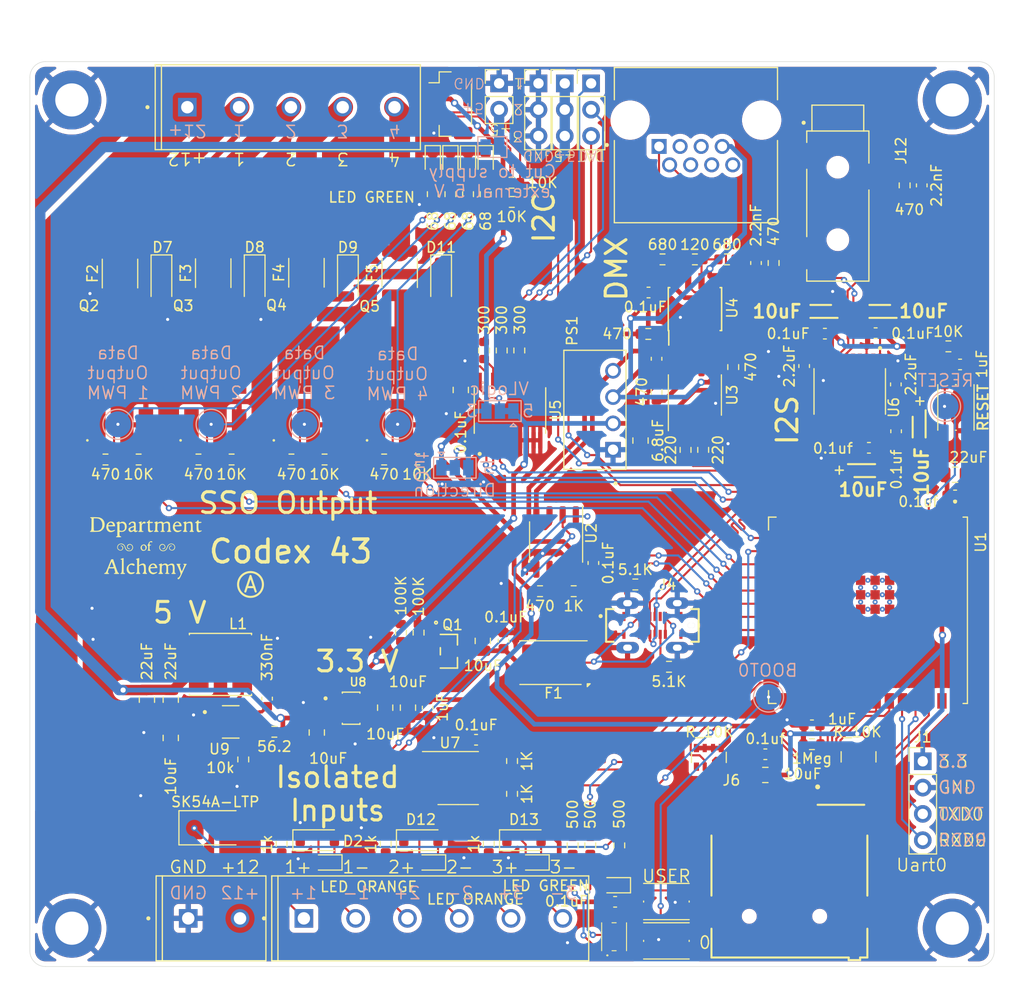
<source format=kicad_pcb>
(kicad_pcb (version 20240108) (generator "pcbnew") (generator_version "8.0")
  (layers (0 "F.Cu" signal) (31 "B.Cu" signal) (34 "B.Paste" user) (35 "F.Paste" user) (36 "B.SilkS" user "B.Silkscreen") (37 "F.SilkS" user "F.Silkscreen") (38 "B.Mask" user) (39 "F.Mask" user) (44 "Edge.Cuts" user))
  (net 0 "")
  (net 1 "+3.3V")
  (net 2 "GND")
  (net 3 "GNDS")
  (net 4 "VCCQ")
  (net 5 "/RESET")
  (net 6 "/IO38_DBLTAP")
  (net 7 "VBUS")
  (net 8 "+5V")
  (net 9 "Net-(JP3-C)")
  (net 10 "Net-(U6-LDOO)")
  (net 11 "Net-(U6-CAPP)")
  (net 12 "Net-(U6-CAPM)")
  (net 13 "/I2S/Right Line Out")
  (net 14 "/I2S/Left Line Out")
  (net 15 "+12V")
  (net 16 "Net-(D1-A)")
  (net 17 "/TRIGGER1-")
  (net 18 "Net-(U2-Anode1)")
  (net 19 "Net-(D3-A)")
  (net 20 "Net-(D4-A)")
  (net 21 "Net-(D5-A)")
  (net 22 "Net-(D6-A)")
  (net 23 "Net-(D7-A)")
  (net 24 "Net-(D8-A)")
  (net 25 "Net-(D9-A)")
  (net 26 "Net-(D10-A)")
  (net 27 "Net-(D11-A)")
  (net 28 "Net-(U6-VNEG)")
  (net 29 "Net-(U7-Anode1)")
  (net 30 "Net-(D14-A)")
  (net 31 "Net-(D15-A)")
  (net 32 "Net-(F1-Pad1)")
  (net 34 "/Output/OutputGnd1")
  (net 35 "/Output/OutputGnd2")
  (net 36 "/Output/OutputGnd3")
  (net 37 "/Output/OutputGnd4")
  (net 38 "/SDA")
  (net 39 "/SCL")
  (net 40 "/D+")
  (net 41 "/D-")
  (net 42 "/CS")
  (net 43 "/DO")
  (net 44 "/SCLK")
  (net 45 "/DAT2")
  (net 46 "/CARDDET")
  (net 47 "/DI")
  (net 48 "/DAT1")
  (net 49 "Net-(LED1-DIN)")
  (net 50 "Net-(LED1-DOUT)")
  (net 51 "Net-(Q1-G)")
  (net 52 "Net-(Q2-G)")
  (net 53 "Net-(Q3-G)")
  (net 54 "Net-(Q4-G)")
  (net 55 "Net-(Q5-G)")
  (net 56 "/TRIGGER1+")
  (net 57 "/NEOPIXEL")
  (net 58 "Net-(U3-Cathode2)")
  (net 59 "/TX")
  (net 60 "Net-(U3-Cathode1)")
  (net 61 "/RX")
  (net 62 "/In1")
  (net 63 "Net-(U2-Cathode2)")
  (net 64 "Net-(U4-R)")
  (net 65 "Net-(U3-Vout_1)")
  (net 66 "Net-(U3-Vout_2)")
  (net 67 "Net-(U7-Anode2)")
  (net 68 "Net-(D16-A)")
  (net 69 "/In3")
  (net 70 "/In2")
  (net 72 "/BOOT0")
  (net 74 "/DataOutput1PWM")
  (net 76 "/DataOutput2PWM")
  (net 77 "/DataOutput3PWM")
  (net 78 "/TXD0")
  (net 79 "/DataOutput4PWM")
  (net 80 "/RXD0")
  (net 82 "/TRIGGER2-")
  (net 83 "/TRIGGER3-")
  (net 84 "/TRIGGER2+")
  (net 85 "/TRIGGER3+")
  (net 86 "Net-(J4-CC1)")
  (net 87 "Net-(J4-CC2)")
  (net 96 "Net-(J10-Pin_2)")
  (net 97 "Net-(J11-Pin_2)")
  (net 98 "Net-(J11-Pin_1)")
  (net 99 "Net-(JP2-C)")
  (net 100 "Net-(U5-B0)")
  (net 101 "Net-(U5-B1)")
  (net 102 "Net-(U5-B2)")
  (net 103 "Net-(U6-OUTR)")
  (net 104 "Net-(U6-OUTL)")
  (net 105 "/USER_BUTTON")
  (net 106 "Net-(J11-Pin_3)")
  (net 107 "/LRCK")
  (net 108 "/BCK")
  (net 109 "/DIN")
  (net 110 "/DMX-")
  (net 111 "/DMX+")
  (net 112 "/ServoRGB1")
  (net 113 "/ServoRGB2")
  (net 114 "/ServoRGB3")
  (net 115 "/DMX_TR")
  (net 116 "Net-(U9-BST)")
  (net 117 "Net-(U9-SW)")
  (net 118 "Net-(U9-FB)")
  (footprint "Capacitor_SMD:C_0603_1608Metric" (layer "F.Cu") (at 138.72 91.8)
    (property "Reference" "C2")
    (property "Value" "0.1uf")
  )
  (footprint "Capacitor_SMD:C_0603_1608Metric" (layer "F.Cu") (at 133.025 85.6 90)
    (property "Reference" "C18")
    (property "Value" "0.1uf")
  )
  (footprint "Capacitor_SMD:C_0805_2012Metric" (layer "F.Cu") (at 83.7 112.3 -90)
    (property "Reference" "C30")
    (property "Value" "10uF")
  )
  (footprint "Capacitor_SMD:C_0805_2012Metric" (layer "F.Cu") (at 120.4 118.8 180)
    (property "Reference" "C12")
    (property "Value" "10uF")
  )
  (footprint "Resistor_SMD:R_0603_1608Metric" (layer "F.Cu") (at 116.7 69 180)
    (property "Reference" "R18")
    (property "Value" "680")
  )
  (footprint "Capacitor_SMD:C_0603_1608Metric" (layer "F.Cu") (at 131.05 76.125)
    (property "Reference" "C22")
    (property "Value" "0.1uF")
  )
  (footprint "LED_SMD:LED_0603_1608Metric" (layer "F.Cu") (at 90 59.5 -90)
    (property "Reference" "D5")
    (property "Value" "LED GREEN" (hide yes))
  )
  (footprint "Capacitor_SMD:C_0603_1608Metric" (layer "F.Cu") (at 92.475 115.4 180)
    (property "Reference" "C27")
    (property "Value" "0.1uF")
  )
  (footprint "LED_SMD:LED_0603_1608Metric" (layer "F.Cu") (at 88.05 127.25 180)
    (property "Reference" "D14")
    (property "Value" "LED ORANGE")
  )
  (footprint "Diode_SMD:D_SOD-123" (layer "F.Cu") (at 62.1 70.93 -90)
    (property "Reference" "D7")
    (property "Value" "SBA130AS_R1_00001")
  )
  (footprint "Resistor_SMD:R_0603_1608Metric" (layer "F.Cu") (at 65.675 88.33 180)
    (property "Reference" "R30")
    (property "Value" "470")
  )
  (footprint "Capacitor_SMD:C_0603_1608Metric" (layer "F.Cu") (at 133 81.075 90)
    (property "Reference" "C19")
    (property "Value" "2.2uF")
  )
  (footprint "Department of Alchemy:Fuse_1812_4532Metric" (layer "F.Cu") (at 76.1 70.2925 90)
    (property "Reference" "F4")
    (property "Value" "0ZCG0160BF2C")
  )
  (footprint "Resistor_SMD:R_0603_1608Metric" (layer "F.Cu") (at 101.8 125.6 -90)
    (property "Reference" "R8")
    (property "Value" "500")
  )
  (footprint "Resistor_SMD:R_0603_1608Metric" (layer "F.Cu") (at 95.9 61.6)
    (property "Reference" "R3")
    (property "Value" "10K")
  )
  (footprint "Connector_PinHeader_2.54mm:PinHeader_1x02_P2.54mm_Vertical" (layer "F.Cu") (at 94.7 52)
    (property "Reference" "J10" (hide yes))
    (property "Value" "Conn_01x02" (hide yes))
  )
  (footprint "Department of Alchemy:SW_Push_1P1T_NO_RKB2SJK250SMTR LFS" (layer "F.Cu") (at 110.85 134.825)
    (property "Reference" "SW2" (hide yes))
    (property "Value" "SW_Push")
  )
  (footprint "Connector_PinHeader_2.54mm:PinHeader_1x03_P2.54mm_Vertical" (layer "F.Cu") (at 101.04 52)
    (property "Reference" "J9" (hide yes))
    (property "Value" "Conn_01x03")
  )
  (footprint "Department of Alchemy:CONV_RFM-0505S" (layer "F.Cu") (at 103.95 83.53 90)
    (property "Reference" "PS1")
    (property "Value" "RFM-0505S")
  )
  (footprint "Department of Alchemy:INPI22TAT5R5G5B" (layer "F.Cu") (at 105.8 134.425 -90)
    (property "Reference" "LED1" (hide yes))
    (property "Value" "IN-PI22TAT5R5G5B" (hide yes))
  )
  (footprint "Department of Alchemy:CAPPM2012X120N" (layer "F.Cu") (at 135.25 85.2 -90)
    (property "Reference" "C16")
    (property "Value" "10uF")
  )
  (footprint "Resistor_SMD:R_0603_1608Metric" (layer "F.Cu") (at 98.65 101.05)
    (property "Reference" "R11")
    (property "Value" "470")
  )
  (footprint "Resistor_SMD:R_0603_1608Metric" (layer "F.Cu") (at 90 62.7 90)
    (property "Reference" "R24")
    (property "Value" "68")
  )
  (footprint "Department of Alchemy:Fuse_Bourns_TBU-CA" (layer "F.Cu") (at 99.95 107.95 180)
    (property "Reference" "F1")
    (property "Value" "TBU-CA-025-500-WH")
  )
  (footprint "Diode_SMD:D_SOD-123" (layer "F.Cu") (at 71.1 70.93 -90)
    (property "Reference" "D8")
    (property "Value" "SBA130AS_R1_00001")
  )
  (footprint "Resistor_SMD:R_0603_1608Metric" (layer "F.Cu") (at 68.875 88.33)
    (property "Reference" "R27")
    (property "Value" "10K")
  )
  (footprint "Capacitor_SMD:C_0603_1608Metric" (layer "F.Cu") (at 139.2 79.15)
    (property "Reference" "C6")
    (property "Value" "1uF")
  )
  (footprint "Resistor_SMD:R_0603_1608Metric" (layer "F.Cu") (at 103.5 125.6 90)
    (property "Reference" "R4")
    (property "Value" "500")
  )
  (footprint "Resistor_SMD:R_0603_1608Metric" (layer "F.Cu") (at 88.3 62.7 90)
    (property "Reference" "R23")
    (property "Value" "68")
  )
  (footprint "Capacitor_SMD:C_0805_2012Metric" (layer "F.Cu") (at 85.9 112.3 -90)
    (property "Reference" "C31")
    (property "Value" "10uF")
  )
  (footprint "MountingHole:MountingHole_3.2mm_M3_ISO7380_Pad_TopBottom" (layer "F.Cu") (at 138.45 133.6)
    (property "Reference" "H4" (hide yes))
    (property "Value" "MountingHole_Pad")
  )
  (footprint "Capacitor_SMD:C_0805_2012Metric" (layer "F.Cu") (at 108.35 86.5 -90)
    (property "Reference" "C11")
    (property "Value" "6.8uF")
  )
  (footprint "Capacitor_SMD:C_0805_2012Metric" (layer "F.Cu") (at 77.1 114.7 -90)
    (property "Reference" "C28")
    (property "Value" "10uF")
  )
  (footprint "Department of Alchemy:TO229P991X239-3N" (layer "F.Cu") (at 67.3 78.73)
    (property "Reference" "Q3")
    (property "Value" "MCU30N02-TP")
  )
  (footprint "Department of Alchemy:EL0631(TA)-SOP-8_3.9x4.9mm_P1.27mm" (layer "F.Cu") (at 113.6 82.1 90)
    (property "Reference" "U3")
    (property "Value" "EL0631(TA)")
  )
  (footprint "Resistor_SMD:R_0603_1608Metric" (layer "F.Cu") (at 109.9 81.8 90)
    (property "Reference" "R14")
    (property "Value" "470")
  )
  (footprint "Department of Alchemy:JST_SH_BM04B-SRSS-TB_1x04-1MP_P1.00mm_Vertical" (layer "F.Cu") (at 90.025 54 -90)
    (property "Reference" "J2" (hide yes))
    (property "Value" "BM04B-SRSS-TB_LF__SN_")
  )
  (footprint "Resistor_SMD:R_0603_1608Metric" (layer "F.Cu") (at 124.9 115.825)
    (property "Reference" "R16")
    (property "Value" "1Meg")
  )
  (footprint "Capacitor_SMD:C_0805_2012Metric" (layer "F.Cu") (at 63 115.225 90)
    (property "Reference" "C29")
    (property "Value" "10uF")
  )
  (footprint "Resistor_SMD:R_0603_1608Metric" (layer "F.Cu") (at 107.85 100.4 180)
    (property "Reference" "R9")
    (property "Value" "5.1K")
  )
  (footprint "Capacitor_SMD:C_0603_1608Metric" (layer "F.Cu") (at 124.9 114 180)
    (property "Reference" "C8")
    (property "Value" "1uF")
  )
  (footprint "Resistor_SMD:R_0603_1608Metric" (layer "F.Cu") (at 86.8 88.33)
    (property "Reference" "R33")
    (property "Value" "10K")
  )
  (footprint "Department of Alchemy:SOT95P280X100-6N" (layer "F.Cu") (at 68.79 113.675)
    (property "Reference" "U9")
    (property "Value" "AP62300TWU-7")
  )
  (footprint "Connector_PinHeader_2.54mm:PinHeader_1x04_P2.54mm_Vertical" (layer "F.Cu") (at 135.6 117.48)
    (property "Reference" "J1")
    (property "Value" "Conn_01x04")
  )
  (footprint "LED_SMD:LED_0603_1608Metric" (layer "F.Cu") (at 105.9 129.45 180)
    (property "Reference" "D1" (hide yes))
    (property "Value" "LED GREEN")
  )
  (footprint "Department of Alchemy:SOT-23_DIO" (layer "F.Cu") (at 89.8535 106.85 -90)
    (property "Reference" "Q1")
    (property "Value" "DMP2045U-7")
  )
  (footprint "Department of Alchemy:SOT95P285X140-5N" (layer "F.Cu") (at 80.415 112.35)
    (property "Reference" "U8")
    (property "Value" "AP2112K-3.3TRG1")
  )
  (footprint "Resistor_SMD:R_0603_1608Metric" (layer "F.Cu") (at 133.85 61.85 90)
    (property "Reference" "R38")
    (property "Value" "470")
  )
  (footprint "Capacitor_SMD:C_0603_1608Metric" (layer "F.Cu") (at 72.3 111.425 90)
    (property "Reference" "C33")
    (property "Value" "330nF")
  )
  (footprint "LED_SMD:LED_0603_1608Metric" (layer "F.Cu") (at 78.05 127.25 180)
    (property "Reference" "D3")
    (property "Value" "LED ORANGE")
  )
  (footprint "Capacitor_SMD:C_0603_1608Metric" (layer "F.Cu") (at 109.9 78.6 -90)
    (property "Reference" "C5")
    (property "Value" "0.1uF")
  )
  (footprint "MountingHole:MountingHole_3.2mm_M3_ISO7380_Pad_TopBottom" (layer "F.Cu") (at 138.45 53.6)
    (property "Reference" "H2" (hide yes))
    (property "Value" "MountingHole_Pad")
  )
  (footprint "Resistor_SMD:R_0603_1608Metric" (layer "F.Cu") (at 70 117.3 -90)
    (property "Reference" "R45")
    (property "Value" "10k")
  )
  (footprint "Capacitor_SMD:C_0603_1608Metric" (layer "F.Cu") (at 130.4 87.2)
    (property "Reference" "C17")
    (property "Value" "0.1uf")
  )
  (footprint "Resistor_SMD:R_0603_1608Metric" (layer "F.Cu") (at 93.4 62.7 90)
    (property "Reference" "R32")
    (property "Value" "68")
  )
  (footprint "Resistor_SMD:R_0603_1608Metric" (layer "F.Cu") (at 56.7 88.33 180)
    (property "Reference" "R29")
    (property "Value" "470")
  )
  (footprint "Department of Alchemy:SW_Push_1P1T_NO_RKB2SJK250SMTR LFS" (layer "F.Cu") (at 110.85 131.025)
    (property "Reference" "SW1" (hide yes))
    (property "Value" "SW_Push")
  )
  (footprint "Capacitor_SMD:C_0805_2012Metric" (layer "F.Cu") (at 63 111.525 -90)
    (property "Reference" "C34")
    (property "Value" "22uF")
  )
  (footprint "Resistor_SMD:R_0603_1608Metric" (layer "F.Cu") (at 73.7 125.45 -90)
    (property "Reference" "R5")
    (property "Value" "1k")
  )
  (footprint "Department of Alchemy:TO229P991X239-3N" (layer "F.Cu") (at 58.3 78.73)
    (property "Reference" "Q2")
    (property "Value" "MCU30N02-TP")
  )
  (footprint "Capacitor_SMD:C_0603_1608Metric" (layer "F.Cu") (at 120.4 116.8 180)
    (property "Reference" "C13")
    (property "Value" "0.1uf")
  )
  (footprint "Resistor_SMD:R_0603_1608Metric" (layer "F.Cu") (at 94.95 77.8 90)
    (property "Reference" "R36")
    (property "Value" "300")
  )
  (footprint "Department of Alchemy:SOIC-8-TE_3.9x4.9mm_P1.27mm" (layer "F.Cu") (at 113.605 73.8 90)
    (property "Reference" "U4")
    (property "Value" "THVD1420DR")
  )
  (footprint "Capacitor_SMD:C_0603_1608Metric" (layer "F.Cu") (at 87.8 112.3 -90)
    (property "Reference" "C32")
    (property "Value" "1uF")
  )
  (footprint "Resistor_SMD:R_0603_1608Metric" (layer "F.Cu") (at 93.25 77.8 90)
    (property "Reference" "R35")
    (property "Value" "300")
  )
  (footprint "Department of Alchemy:GCT_USB4120-03-C_REVA" (layer "F.Cu") (at 109.5 104.354664)
    (property "Reference" "J4")
    (property "Value" "USB4120-03-C_REVA")
    (fp_line (start 3.65 -0.26) (end 3.85 -0.26) (stroke (width 0.01)) (layer "Edge.Cuts"))
    (fp_line (start 3.85 0.26) (end 3.65 0.26) (stroke (width 0.01)) (layer "Edge.Cuts"))
    (fp_arc (start 3.39 0) (mid 3.466152 -0.183848) (end 3.65 -0.26) (stroke (width 0.01)) (layer "Edge.Cuts"))
    (fp_arc (start 3.65 0.26) (mid 3.466152 0.183848) (end 3.39 0) (stroke (width 0.01)) (layer "Edge.Cuts"))
    (fp_arc (start 3.85 -0.26) (mid 4.033848 -0.183848) (end 4.11 0) (stroke (width 0.01)) (layer "Edge.Cuts"))
    (fp_arc (start 4.11 0) (mid 4.033848 0.183848) (end 3.85 0.26) (stroke (width 0.01)) (layer "Edge.Cuts"))
  )
  (footprint "LED_SMD:LED_0603_1608Metric" (layer "F.Cu") (at 98.05 127.25 180)
    (property "Reference" "D15")
    (property "Value" "LED ORANGE")
  )
  (footprint "Resistor_SMD:R_0603_1608Metric" (layer "F.Cu") (at 117.3 79.4 -90)
    (property "Reference" "R15")
    (property "Value" "470")
  )
  (footprint "Resistor_SMD:R_0603_1608Metric" (layer "F.Cu") (at 109.1 76.2 180)
    (property "Reference" "R13")
    (property "Value" "470")
  )
  (footprint "Department of Alchemy:CAPPM2012X120N" (layer "F.Cu") (at 130 89.4)
    (property "Reference" "C15")
    (property "Value" "10uF")
  )
  (footprint "Resistor_SMD:R_0603_1608Metric" (layer "F.Cu") (at 83.75 125.45 -90)
    (property "Reference" "R40")
    (property "Value" "1k")
  )
  (footprint "Capacitor_SMD:C_0603_1608Metric" (layer "F.Cu") (at 109.125 72.2 180)
    (property "Reference" "C7")
    (property "Value" "0.1uF")
  )
  (footprint "Department of Alchemy:SW_Push_1P1T_NO_RKB2SJK250SMTR LFS" (layer "F.Cu") (at 138.8 83.3 -90)
    (property "Reference" "SW3")
    (property "Value" "SW_Push")
  )
  (footprint "Department of Alchemy:TO229P991X239-3N" (layer "F.Cu") (at 85.3 78.73)
    (property "Reference" "Q5")
    (property "Value" "MCU30N02-TP")
  )
  (footprint "Connector_PinHeader_2.54mm:PinHeader_1x03_P2.54mm_Vertical" (layer "F.Cu") (at 103.58 52)
    (property "Reference" "J11" (hide yes))
    (property "Value" "Conn_01x03")
  )
  (footprint "Resistor_SMD:R_0603_1608Metric" (layer "F.Cu") (at 114.4 87.4 -90)
    (property "Reference" "R6")
    (property "Value" "220")
  )
  (footprint "Resistor_SMD:R_0603_1608Metric" (layer "F.Cu") (at 113.6 69 180)
    (property "Reference" "R19")
    (property "Value" "120")
  )
  (footprint "Resistor_SMD:R_0603_1608Metric" (layer "F.Cu") (at 73 114.625 180)
    (property "Reference" "R44")
    (property "Value" "56.2")
  )
  (footprint "Department of Alchemy:VLS6045EX-3R3N" (layer "F.Cu") (at 67.8 108.125 180)
    (property "Reference" "L1")
    (property "Value" "3.3uH")
  )
  (footprint "Resistor_SMD:R_0603_1608Metric" (layer "F.Cu") (at 77.85 88.33)
    (property "Reference" "R28")
    (property "Value" "10K")
  )
  (footprint "LED_SMD:LED_0603_1608Metric" (layer "F.Cu") (at 93.4 59.5 -90)
    (property "Reference" "D10")
    (property "Value" "LED GREEN")
  )
  (footprint "Capacitor_SMD:C_0603_1608Metric" (layer "F.Cu") (at 105.9 131.05)
    (property "Reference" "C3")
    (property "Value" "0.1uF")
  )
  (footprint "Department of Alchemy:GCT_MEM2075-00-140-01-A" (layer "F.Cu") (at 122.25 132.45)
    (property "Reference" "J6")
    (property "Value" "MEM2075-00-140-01-A")
  )
  (footprint "Department of Alchemy:EL0631(TA)-SOP-8_3.9x4.9mm_P1.27mm" (layer "F.Cu") (at 100.2 96.3 -90)
    (property "Reference" "U2")
    (property "Value" "EL0631(TA)")
  )
  (footprint "Diode_SMD:D_SOD-123" (layer "F.Cu") (at 97.1 125.1)
    (property "Reference" "D13")
    (property "Value" "1N4150W-HE3-08")
  )
  (footprint "Department of Alchemy:CAPPM2012X120N" (layer "F.Cu") (at 125.75 74.025 180)
    (property "Reference" "C23")
    (property "Value" "10uF")
  )
  (footprint "Resistor_SMD:R_0603_1608Metric" (layer "F.Cu") (at 112.7 87.4 -90)
    (property "Reference" "R7")
    (property "Value" "220")
  )
  (footprint "Resistor_SMD:R_0603_1608Metric" (layer "F.Cu") (at 59.9 88.33)
    (property "Reference" "R26")
    (property "Value" "10K")
  )
  (footprint "Diode_SMD:D_SOD-123" (layer "F.Cu") (at 89.1 70.93 -90)
    (property "Reference" "D11")
    (property "Value" "SBA130AS_R1_00001")
  )
  (footprint "Department of Alchemy:DepartmentOfAlchemyLogo" (layer "F.Cu") (at 60.6 96.9)
    (property "Reference" "G***" (hide yes))
    (property "Value" "LOGO" (hide yes))
  )
  (footprint "Department of Alchemy:CAPPM2012X120N" (layer "F.Cu") (at 131.45 74.025 180)
    (property "Reference" "C24")
    (property "Value" "10uF")
  )
  (footprint "Department of Alchemy:CUI_SJ-3523-SMT-TR" (layer "F.Cu") (at 127.4 60.1 -90)
    (property "Reference" "J12")
    (property "Value" "SJ-3523-SMT-TR")
  )
  (footprint "Department of Alchemy:AMPHENOL_RJHSE-5080" (layer "F.Cu") (at 113.7 55.55 180)
    (property "Reference" "J5" (hide yes))
    (property "Value" "RJHSE-5080")
  )
  (footprint "Capacitor_SMD:C_0603_1608Metric" (layer "F.Cu") (at 135.5 61.85 -90)
    (property "Reference" "C25")
    (property "Value" "2.2nF")
  )
  (footprint "Capacitor_SMD:C_0603_1608Metric" (layer "F.Cu") (at 95.125 105.825 90)
    (property "Reference" "C9")
    (property "Value" "0.1uF")
  )
  (footprint "Capacitor_SMD:C_0603_1608Metric" (layer "F.Cu") (at 126.15 76.175)
    (property "Reference" "C20")
    (property "Value" "0.1uF")
  )
  (footprint "Resistor_SMD:R_0603_1608Metric" (layer "F.Cu") (at 86.925 105.05 90)
    (property "Reference" "R22")
    (property "Value" "100K")
  )
  (footprint "Department of Alchemy:Fuse_1812_4532Metric" (layer "F.Cu") (at 58.1 70.3675 90)
    (property "Reference" "F2")
    (property "Value" "0ZCG0160BF2C")
  )
  (footprint "Department of Alchemy:TO229P991X239-3N" (layer "F.Cu") (at 76.3 78.73)
    (property "Reference" "Q4")
    (property "Value" "MCU30N02-TP")
  )
  (footprint "Department of Alchemy:TE_282836-2" (layer "F.Cu") (at 67.1875 132.65)
    (property "Reference" "J13" (hide yes))
    (property "Value" "282836-2")
  )
  (footprint "Resistor_SMD:R_0603_1608Metric" (layer "F.Cu") (at 83.6 88.33 180)
    (property "Reference" "R34")
    (property "Value" "470")
  )
  (footprint "Resistor_SMD:R_0603_1608Metric" (layer "F.Cu") (at 110.475 69 180)
    (property "Reference" "R20")
    (property "Value" "680")
  )
  (footprint "Resistor_SMD:R_0603_1608Metric" (layer "F.Cu") (at 101.9 101.05)
    (property "Reference" "R12")
    (property "Value" "1K")
  )
  (footprint "MountingHole:MountingHole_3.2mm_M3_ISO7380_Pad_TopBottom" (layer "F.Cu") (at 53.45 53.6)
    (property "Reference" "H1" (hide yes))
    (property "Value" "MountingHole_Pad")
  )
  (footprint "Department of Alchemy:SOP65P640X120-20N" (layer "F.Cu") (at 95.75 83.6 90)
    (property "Reference" "U5")
    (property "Value" "74AHC245PW,118")
  )
  (footprint "Resistor_SMD:R_0603_1608Metric" (layer "F.Cu") (at 91.7 62.7 90)
    (property "Reference" "R25")
    (property "Value" "68")
  )
  (footprint "Capacitor_SMD:C_0805_2012Metric" (layer "F.Cu") (at 60.7 111.525 -90)
    (property "Reference" "C35")
    (property "Value" "22uF")
  )
  (footprint "Department of Alchemy:TE_282836-6" (layer "F.Cu") (at 88.35 132.65)
    (property "Reference" "J3" (hide yes))
    (property "Value" "282836-6")
  )
  (footprint "Capacitor_SMD:C_0805_2012Metric_Pad1.18x1.45mm_HandSolder" (layer "F.Cu") (at 91 81.6125 -90)
    (property "Reference" "C14")
    (property "Value" "0.1uF")
  )
  (footprint "Resistor_SMD:R_0603_1608Metric" (layer "F.Cu") (at 85.225 105.05 -90)
    (property "Reference" "R21")
    (property "Value" "100K")
  )
  (footprint "Diode_SMD:D_SOD-123" (layer "F.Cu") (at 80.1 70.93 -90)
    (property "Reference" "D9")
    (property "Value" "SBA130AS_R1_00001")
  )
  (footprint "Resistor_SMD:R_Array_Convex_4x0603" (layer "F.Cu") (at 114.95 117.1 -90)
    (property "Reference" "RN2")
    (property "Value" "R_10K")
  )
  (footprint "Resistor_SMD:R_0603_1608Metric" (layer "F.Cu") (at 74.65 88.33 180)
    (property "Reference" "R31")
    (property "Value" "470")
  )
  (footprint "Resistor_SMD:R_0603_1608Metric" (layer "F.Cu") (at 96.65 77.8 90)
    (property "Reference" "R37")
    (property "Value" "300")
  )
  (footprint "Resistor_SMD:R_0603_1608Metric" (layer "F.Cu") (at 95.95 117.45 90)
    (property "Reference" "R43")
    (property "Value" "1K")
  )
  (footprint "Resistor_SMD:R_0603_1608Metric" (layer "F.Cu") (at 138.075 77.4 180)
    (property "Reference" "R10")
    (property "Value" "10K")
  )
  (footprint "Resistor_SMD:R_Array_Convex_4x0603" (layer "F.Cu") (at 129.4 117.05 -90)
    (property "Reference" "RN1")
    (property "Value" "R_10K")
  )
  (footprint "Department of Alchemy:TE_282836-5" (layer "F.Cu") (at 74.6 54.3)
    (property "Reference" "J8" (hide yes))
    (property "Value" "282836-5")
  )
  (footprint "Resistor_SMD:R_0603_1608Metric" (layer "F.Cu") (at 93.7 125.45 -90)
    (property "Reference" "R41")
    (property "Value" "1k")
  )
  (footprint "Capacitor_SMD:C_0805_2012Metric" (layer "F.Cu") (at 93.125 105.85 90)
    (property "Reference" "C10")
    (property "Value" "10uF")
  )
  (footprint "Diode_SMD:D_SOD-123" (layer "F.Cu") (at 87.15 125.1)
    (property "Reference" "D12")
    (property "Value" "1N4150W-HE3-08")
  )
  (footprint "Department of Alchemy:Fuse_1812_4532Metric" (layer "F.Cu") (at 67.1 70.33 90)
    (property "Reference" "F3")
    (property "Value" "0ZCG0160BF2C")
  )
  (footprint "Department of Alchemy:SOP65P640X120-20N" (layer "F.Cu") (at 128.55 81.755 -90)
    (property "Reference" "U6")
    (property "Value" "PCM5102APWR")
  )
  (footprint "Diode_SMD:D_SOD-123" (layer "F.Cu") (at 77.15 125.1)
    (property "Reference" "D2")
    (property "Value" "1N4150W-HE3-08")
  )
  (footprint "Resistor_SMD:R_0603_1608Metric" (layer "F.Cu") (at 111.1 108.35)
    (property "Reference" "R17")
    (property "Value" "5.1K")
  )
  (footprint "Resistor_SMD:R_0603_1608Metric" (layer "F.Cu") (at 95.925 63.45)
    (property "Reference" "R2")
    (property "Value" "10K")
  )
  (footprint "Capacitor_SMD:C_0603_1608Metric" (layer "F.Cu") (at 124.15 79.3 90)
    (property "Reference" "C21")
    (property "Value" "2.2uF")
  )
  (footprint "LED_SMD:LED_0603_1608Metric" (layer "F.Cu") (at 91.7 59.5125 -90)
    (property "Reference" "D6")
    (property "Value" "LED GREEN" (hide yes))
  )
  (footprint "LED_SMD:LED_0603_1608Metric" (layer "F.Cu") (at 88.3 59.5 -90)
    (property "Reference" "D4")
    (property "Value" "LED GREEN" (hide yes))
  )
  (footprint "Resistor_SMD:R_0603_1608Metric" (layer "F.Cu") (at 121.2 69.35 90)
    (property "Reference" "R39")
    (property "Value" "470")
  )
  (footprint "MountingHole:MountingHole_3.2mm_M3_ISO7380_Pad_TopBottom" (layer "F.Cu") (at 53.45 133.6)
    (property "Reference" "H3" (hide yes))
    (property "Value" "MountingHole_Pad")
  )
  (footprint "Department of Alchemy:XCVR_ESP32-S3-WROOM-1U-N16R8" (layer "F.Cu") (at 130.31 102.895 -90)
    (property "Reference" "U1")
    (property "Value" "ESP32-S3-WROOM-1U-N16R8")
  )
  (footprint "Department of Alchemy:Fuse_1812_4532Metric" (layer "F.Cu") (at 85.1 70.33 90)
    (property "Reference" "F5")
    (property "Value" "0ZCG0160BF2C")
  )
  (footprint "Capacitor_SMD:C_0603_1608Metric" (layer "F.Cu") (at 103.8 98.325 90)
    (property "Reference" "C4")
    (property "Value" "0.1uF")
  )
  (footprint "Department of Alchemy:D_SMA Modified" (layer "F.Cu") (at 67.3 123.9)
    (property "Reference" "D16")
    (property "Value" "SK54A-LTP")
  )
  (footprint "Resistor_SMD:R_0603_1608Metric" (layer "F.Cu") (at 95.95 120.625 -90)
    (property "Reference" "R42")
    (property "Value" "1K")
  )
  (footprint "Resistor_SMD:R_0603_1608Metric" (layer "F.Cu") (at 106.3 125.6 90)
    (property "Reference" "R1")
    (property "Value" "500")
  )
  (footprint "Capacitor_SMD:C_0603_1608Metric" (layer "F.Cu") (at 119.5 69.35 -90)
    (property "Reference" "C26")
    (property "Value" "2.2nF")
  )
  (footprint "Capacitor_SMD:C_0805_2012Metric" (layer "F.Cu") (at 138.72 89.8)
    (property "Reference" "C1")
    (property "Value" "22uF")
  )
  (footprint "Department of Alchemy:EL0631(TA)-SOP-8_3.9x4.9mm_P1.27mm" (layer "F.Cu") (at 90.75 119.1)
    (property "Reference" "U7")
    (property "Value" "EL0631(TA)")
  )
  (footprint "Connector_PinHeader_2.54mm:PinHeader_1x03_P2.54mm_Vertical" (layer "F.Cu") (at 98.5 52)
    (property "Reference" "J7" (hide yes))
    (property "Value" "Conn_01x03")
  )
  (footprint "TestPoint:TestPoint_Pad_D2.5mm" (layer "B.Cu") (at 75.9 84.93 180)
    (property "Reference" "TP5" (hide yes))
    (property "Value" "TestPoint")
  )
  (footprint "Jumper:SolderJumper-3_P1.3mm_Bridged12_Pad1.0x1.5mm" (layer "B.Cu") (at 94.775 83.65 180)
    (property "Reference" "JP3" (hide yes))
    (property "Value" "SolderJumper_3_Bridged12")
  )
  (footprint "TestPoint:TestPoint_Pad_D2.5mm" (layer "B.Cu") (at 120.71 111.2725 180)
    (property "Reference" "TP1" (hide yes))
    (property "Value" "TestPoint")
  )
  (footprint "TestPoint:TestPoint_Pad_D2.5mm" (layer "B.Cu") (at 84.9 84.93 180)
    (property "Reference" "TP6" (hide yes))
    (property "Value" "TestPoint")
  )
  (footprint "TestPoint:TestPoint_Pad_D2.5mm" (layer "B.Cu") (at 57.9 84.93 180)
    (property "Reference" "TP3" (hide yes))
    (property "Value" "TestPoint")
  )
  (footprint "TestPoint:TestPoint_Pad_D2.5mm" (layer "B.Cu") (at 137.8 83.2 180)
    (property "Reference" "TP2" (hide yes))
    (property "Value" "TestPoint")
  )
  (footprint "Jumper:SolderJumper-3_P1.3mm_Bridged12_Pad1.0x1.5mm" (layer "B.Cu") (at 90.425 89.125)
    (property "Reference" "JP2" (hide yes))
    (property "Value" "SolderJumper_3_Bridged12")
  )
  (footprint "TestPoint:TestPoint_Pad_D2.5mm" (layer "B.Cu") (at 66.9 84.93 180)
    (property "Reference" "TP4" (hide yes))
    (property "Value" "TestPoint")
  )
  (footprint "Jumper:SolderJumper-2_P1.3mm_Bridged_Pad1.0x1.5mm" (layer "B.Cu") (at 94.05 58.15)
    (property "Reference" "JP1" (hide yes))
    (property "Value" "SolderJumper_2_Bridged")
  )
  (gr_circle (center 70.7 100.4) (end 71.9 100.4) (stroke (width 0.2)) (fill none) (layer "F.SilkS"))
  (gr_arc (start 141 49.9) (mid 142.06066 50.33934) (end 142.5 51.4) (stroke (width 0.05)) (layer "Edge.Cuts"))
  (gr_arc (start 49.4 51.4) (mid 49.83934 50.33934) (end 50.9 49.9) (stroke (width 0.05)) (layer "Edge.Cuts"))
  (gr_line (start 50.9 137.3) (end 141 137.3) (stroke (width 0.05)) (layer "Edge.Cuts"))
  (gr_arc (start 142.5 135.8) (mid 142.06066 136.86066) (end 141 137.3) (stroke (width 0.05)) (layer "Edge.Cuts"))
  (gr_line (start 49.4 51.4) (end 49.4 135.8) (stroke (width 0.05)) (layer "Edge.Cuts"))
  (gr_line (start 50.9 49.9) (end 141 49.9) (stroke (width 0.05)) (layer "Edge.Cuts"))
  (gr_line (start 142.5 51.4) (end 142.5 135.8) (stroke (width 0.05)) (layer "Edge.Cuts"))
  (gr_arc (start 50.9 137.3) (mid 49.83934 136.86066) (end 49.4 135.8) (stroke (width 0.05)) (layer "Edge.Cuts"))
  (gr_text "2" (at 97.1 54.5 180) (layer "B.SilkS") (effects (font (size 1 1) (thickness 0.1)) (justify right mirror)))
  (gr_text "RXD0" (at 137 125.1 0) (layer "B.SilkS") (effects (font (size 1.2 1.2) (thickness 0.14)) (justify right mirror)))
  (gr_text "+5" (at 91 53.8 -180) (layer "B.SilkS") (effects (font (size 1 1) (thickness 0.1)) (justify left bottom mirror)))
  (gr_text "GND" (at 137 120 0) (layer "B.SilkS") (effects (font (size 1.2 1.2) (thickness 0.14)) (justify right mirror)))
  (gr_text "GND" (at 91.8 51.4 -180) (layer "B.SilkS") (effects (font (size 1 1) (thickness 0.1)) (justify bottom mirror)))
  (gr_text "3+" (at 95.8 130.9 -0) (layer "B.SilkS") (effects (font (size 1.2 1.2) (thickness 0.14)) (justify bottom mirror)))
  (gr_text "3-" (at 100.9 130.9 -0) (layer "B.SilkS") (effects (font (size 1.2 1.2) (thickness 0.14)) (justify bottom mirror)))
  (gr_text "Out" (at 87.9 89.1 270) (layer "B.SilkS") (effects (font (size 1.2 1.2) (thickness 0.14)) (justify top mirror)))
  (gr_text "Data\nOutput\n3 PWM" (at 75.9 82.6 0) (layer "B.SilkS") (effects (font (size 1.2 1.2) (thickness 0.14)) (justify bottom mirror)))
  (gr_text "1" (at 69.6 55.9 -180) (layer "B.SilkS") (effects (font (size 1.2 1.2) (thickness 0.14)) (justify bottom mirror)))
  (gr_text "2+" (at 85.8 130.9 -0) (layer "B.SilkS") (effects (font (size 1.2 1.2) (thickness 0.14)) (justify bottom mirror)))
  (gr_text "2" (at 74.6 55.9 -180) (layer "B.SilkS") (effects (font (size 1.2 1.2) (thickness 0.14)) (justify bottom mirror)))
  (gr_text "GND" (at 64.7 130.9 -0) (layer "B.SilkS") (effects (font (size 1.2 1.2) (thickness 0.14)) (justify bottom mirror)))
  (gr_text "2-" (at 90.9 130.9 -0) (layer "B.SilkS") (effects (font (size 1.2 1.2) (thickness 0.14)) (justify bottom mirror)))
  (gr_text "+5" (at 101.04 58.4 -180) (layer "B.SilkS") (effects (font (size 1 1) (thickness 0.1)) (justify bottom mirror)))
  (gr_text "Data\nOutput\n4 PWM" (at 84.9 82.7 0) (layer "B.SilkS") (effects (font (size 1.2 1.2) (thickness 0.14)) (justify bottom mirror)))
  (gr_text "TXD0" (at 137 122.6 0) (layer "B.SilkS") (effects (font (size 1.2 1.2) (thickness 0.14)) (justify right mirror)))
  (gr_text "1-" (at 80.9 130.9 -0) (layer "B.SilkS") (effects (font (size 1.2 1.2) (thickness 0.14)) (justify bottom mirror)))
  (gr_text "VLogic" (at 94.7 82.2 0) (layer "B.SilkS") (effects (font (size 1.2 1.2) (thickness 0.14)) (justify bottom mirror)))
  (gr_text "BOOT0" (at 123.6 109.4 0) (layer "B.SilkS") (effects (font (size 1.2 1.2) (thickness 0.14)) (justify left bottom mirror)))
  (gr_text "DAT" (at 103.6 58.41 -180) (layer "B.SilkS") (effects (font (size 1 1) (thickness 0.1)) (justify bottom mirror)))
  (gr_text "Data\nOutput\n1 PWM" (at 57.9 82.6 0) (layer "B.SilkS") (effects (font (size 1.2 1.2) (thickness 0.14)) (justify bottom mirror)))
  (gr_text "In" (at 92.9 89.1 90) (layer "B.SilkS") (effects (font (size 1.2 1.2) (thickness 0.14)) (justify top mirror)))
  (gr_text "+12" (at 69.7 130.9 -0) (layer "B.SilkS") (effects (font (size 1.2 1.2) (thickness 0.14)) (justify bottom mirror)))
  (gr_text "5" (at 96.825 83.65 0) (layer "B.SilkS") (effects (font (size 1.2 1.2) (thickness 0.14)) (justify right mirror)))
  (gr_text "GND" (at 98.5 58.41 -180) (layer "B.SilkS") (effects (font (size 1 1) (thickness 0.1)) (justify bottom mirror)))
  (gr_text "Direction" (at 90.4 90.6 0) (layer "B.SilkS") (effects (font (size 1.2 1.2) (thickness 0.14)) (justify top mirror)))
  (gr_text "+12" (at 64.6 55.9 -180) (layer "B.SilkS") (effects (font (size 1.2 1.2) (thickness 0.14)) (justify bottom mirror)))
  (gr_text "3.3" (at 137 117.5 0) (layer "B.SilkS") (effects (font (size 1.2 1.2) (thickness 0.14)) (justify right mirror)))
  (gr_text "3" (at 79.6 55.9 -180) (layer "B.SilkS") (effects (font (size 1.2 1.2) (thickness 0.14)) (justify bottom mirror)))
  (gr_text "1+" (at 75.8 130.9 -0) (layer "B.SilkS") (effects (font (size 1.2 1.2) (thickness 0.14)) (justify bottom mirror)))
  (gr_text "RESET" (at 137.8 81.4 0) (layer "B.SilkS") (effects (font (size 1.2 1.2) (thickness 0.14)) (justify bottom mirror)))
  (gr_text "3" (at 92.725 83.65 0) (layer "B.SilkS") (effects (font (size 1.2 1.2) (thickness 0.14)) (justify left mirror)))
  (gr_text "3" (at 97.1 57.1 180) (layer "B.SilkS") (effects (font (size 1 1) (thickness 0.1)) (justify right mirror)))
  (gr_text "Data\nOutput\n2 PWM" (at 66.9 82.6 0) (layer "B.SilkS") (effects (font (size 1.2 1.2) (thickness 0.14)) (justify bottom mirror)))
  (gr_text "Cut to supply\nexternal 5 V" (at 94.05 59.8 0) (layer "B.SilkS") (effects (font (size 1.2 1.2) (thickness 0.14)) (justify top mirror)))
  (gr_text "4" (at 84.6 55.9 -180) (layer "B.SilkS") (effects (font (size 1.2 1.2) (thickness 0.14)) (justify bottom mirror)))
  (gr_text "1" (at 97.3 52 180) (layer "B.SilkS") (effects (font (size 1 1) (thickness 0.1)) (justify right mirror)))
  (gr_text "+12" (at 64.6 58.6 180) (layer "F.SilkS") (effects (font (size 1.2 1.2) (thickness 0.14)) (justify bottom)))
  (gr_text "I2S" (at 123.7 87.1 90) (layer "F.SilkS") (effects (font (size 2 2) (thickness 0.3)) (justify left bottom)))
  (gr_text "0" (at 113.9 135.7 0) (layer "F.SilkS") (effects (font (size 1.2 1.2) (thickness 0.14)) (justify left bottom)))
  (gr_text "3" (at 79.6 58.6 180) (layer "F.SilkS") (effects (font (size 1.2 1.2) (thickness 0.14)) (justify bottom)))
  (gr_text "2+" (at 85.3 128.4 0) (layer "F.SilkS") (effects (font (size 1.2 1.2) (thickness 0.14)) (justify bottom)))
  (gr_text "3-" (at 100.9 128.4 0) (layer "F.SilkS") (effects (font (size 1.2 1.2) (thickness 0.14)) (justify bottom)))
  (gr_text "+5" (at 96.03 55.87 180) (layer "F.SilkS") (effects (font (size 1 1) (thickness 0.1)) (justify left bottom)))
  (gr_text "+" (at 134.6 83.2 0) (layer "F.SilkS") (effects (font (size 1 1)) (justify left bottom)))
  (gr_text "1-" (at 80.9 128.4 0) (layer "F.SilkS") (effects (font (size 1.2 1.2) (thickness 0.14)) (justify bottom)))
  (gr_text "GND" (at 137 120 0) (layer "F.SilkS") (effects (font (size 1.2 1.2) (thickness 0.14)) (justify left)))
  (gr_text "Uart0" (at 135.5 126.8 0) (layer "F.SilkS") (effects (font (size 1.2 1.2) (thickness 0.14)) (justify top)))
  (gr_text "1" (at 97.1 52 180) (layer "F.SilkS") (effects (font (size 1 1) (thickness 0.1)) (justify left)))
  (gr_text "GND" (at 64.7 128.4 0) (layer "F.SilkS") (effects (font (size 1.2 1.2) (thickness 0.14)) (justify bottom)))
  (gr_text "3.3" (at 137 117.5 0) (layer "F.SilkS") (effects (font (size 1.2 1.2) (thickness 0.14)) (justify left)))
  (gr_text "1" (at 69.6 58.6 180) (layer "F.SilkS") (effects (font (size 1.2 1.2) (thickness 0.14)) (justify bottom)))
  (gr_text "+" (at 126.825 89.875 0) (layer "F.SilkS") (effects (font (size 1 1)) (justify left bottom)))
  (gr_text "+12" (at 69.7 128.4 0) (layer "F.SilkS") (effects (font (size 1.2 1.2) (thickness 0.14)) (justify bottom)))
  (gr_text "Codex 43" (at 66.5 98.5 0) (layer "F.SilkS") (effects (font (size 2.2 2.2) (thickness 0.34)) (justify left bottom)))
  (gr_text "3+" (at 95.3 128.4 0) (layer "F.SilkS") (effects (font (size 1.2 1.2) (thickness 0.14)) (justify bottom)))
  (gr_text "5 V" (at 61.1 104.3 0) (layer "F.SilkS") (effects (font (size 2 2) (thickness 0.3)) (justify left bottom)))
  (gr_text "SSO Output" (at 65.5 93.7 0) (layer "F.SilkS") (effects (font (size 2 2) (thickness 0.3)) (justify left bottom)))
  (gr_text "RXD0" (at 137 125.1 0) (layer "F.SilkS") (effects (font (size 1.2 1.2) (thickness 0.14)) (justify left)))
  (gr_text "TXD0" (at 137 122.6 0) (layer "F.SilkS") (effects (font (size 1.2 1.2) (thickness 0.14)) (justify left)))
  (gr_text "3.3 V" (at 76.8 109 0) (layer "F.SilkS") (effects (font (size 2 2) (thickness 0.3)) (justify left bottom)))
  (gr_text "A" (at 70.7 100.4 0) (layer "F.SilkS") (effects (font (size 1.5 1.5) (thickness 0.2))))
  (gr_text "GND" (at 98.5 58.41 180) (layer "F.SilkS") (effects (font (size 1 1) (thickness 0.1)) (justify bottom)))
  (gr_text "2" (at 97.1 54.5 180) (layer "F.SilkS") (effects (font (size 1 1) (thickness 0.1)) (justify left)))
  (gr_text "1+" (at 75.3 128.4 0) (layer "F.SilkS") (effects (font (size 1.2 1.2) (thickness 0.14)) (justify bottom)))
  (gr_text "RESET" (at 142 85.7 90) (layer "F.SilkS") (effects (font (size 1 1) (thickness 0.18)) (justify left bottom)))
  (gr_text "USER" (at 110.85 129.275 0) (layer "F.SilkS") (effects (font (size 1.2 1.2) (thickness 0.14)) (justify bottom)))
  (gr_text "I2C" (at 100.2 67.6 90) (layer "F.SilkS") (effects (font (size 2 2) (thickness 0.3)) (justify left bottom)))
  (gr_text "Isolated\nInputs" (at 79.1 123.4 0) (layer "F.SilkS") (effects (font (size 2 2) (thickness 0.3)) (justify bottom)))
  (gr_text "2-" (at 90.9 128.4 0) (layer "F.SilkS") (effects (font (size 1.2 1.2) (thickness 0.14)) (justify bottom)))
  (gr_text "+5" (at 101.04 58.41 180) (layer "F.SilkS") (effects (font (size 1 1) (thickness 0.1)) (justify bottom)))
  (gr_text "3" (at 97 57.1 180) (layer "F.SilkS") (effects (font (size 1 1) (thickness 0.1)) (justify left)))
  (gr_text "2" (at 74.6 58.6 180) (layer "F.SilkS") (effects (font (size 1.2 1.2) (thickness 0.14)) (justify bottom)))
  (gr_text "DMX" (at 107.2 73.2 90) (layer "F.SilkS") (effects (font (size 2 2) (thickness 0.3)) (justify left bottom)))
  (gr_text "DAT" (at 103.58 58.41 180) (layer "F.SilkS") (effects (font (size 1 1) (thickness 0.1)) (justify bottom)))
  (gr_text "4" (at 84.6 58.6 180) (layer "F.SilkS") (effects (font (size 1.2 1.2) (thickness 0.14)) (justify bottom)))
  (segment (start 136.8 85.3) (end 135.8 84.3) (width 0.45) (layer "F.Cu") (net 1))
  (segment (start 98.325474 123.15) (end 98.575474 123.4) (width 0.45) (layer "F.Cu") (net 1))
  (segment (start 127.7 77) (end 127.7 76.95) (width 0.45) (layer "F.Cu") (net 1))
  (segment (start 114.55 116.2) (end 113.75 116.2) (width 0.45) (layer "F.Cu") (net 1))
  (segment (start 102.725 99.545) (end 103.355 99.545) (width 0.45) (layer "F.Cu") (net 1))
  (segment (start 131.475 84.625) (end 132.825 84.625) (width 0.2) (layer "F.Cu") (net 1))
  (segment (start 122.8 118.6) (end 122.6 118.8) (width 0.45) (layer "F.Cu") (net 1))
  (segment (start 121.673327 114.075) (end 122.423327 114.825) (width 0.45) (layer "F.Cu") (net 1))
  (segment (start 93.25 113.3) (end 91.475 111.525) (width 0.45) (layer "F.Cu") (net 1))
  (segment (start 115.35 116.2) (end 114.55 116.2) (width 0.45) (layer "F.Cu") (net 1))
  (segment (start 100.9 96.25) (end 97.1 96.25) (width 0.45) (layer "F.Cu") (net 1))
  (segment (start 102.105 97.455) (end 100.9 96.25) (width 0.45) (layer "F.Cu") (net 1))
  (segment (start 135.25 79.4) (end 137.25 77.4) (width 0.45) (layer "F.Cu") (net 1))
  (segment (start 91.475 111.525) (end 94.5 108.5) (width 0.45) (layer "F.Cu") (net 1))
  (segment (start 126.925 76.175) (end 126.925 74.3) (width 0.45) (layer "F.Cu") (net 1))
  (segment (start 116.85 115.5) (end 116.15 116.2) (width 0.45) (layer "F.Cu") (net 1))
  (segment (start 121.53 121.03) (end 121.53 118.98) (width 0.2) (layer "F.Cu") (net 1))
  (segment (start 87.625 111.35) (end 87.8 111.525) (width 0.45) (layer "F.Cu") (net 1))
  (segment (start 114.575552 83.6) (end 112.375 83.6) (width 0.2) (layer "F.Cu") (net 1))
  (segment (start 97.1 96.25) (end 96.15 97.2) (width 0.45) (layer "F.Cu") (net 1))
  (segment (start 137.45 92.295) (end 137.945 91.8) (width 0.45) (layer "F.Cu") (net 1))
  (segment (start 95.1 63.45) (end 95.1 61.625) (width 0.45) (layer "F.Cu") (net 1))
  (segment (start 131.825 74.55) (end 132.35 74.025) (width 0.45) (layer "F.Cu") (net 1))
  (segment (start 93.375 117.195) (end 95.38 117.195) (width 0.45) (layer "F.Cu") (net 1))
  (segment (start 90 53.5) (end 88.7 53.5) (width 0.45) (layer "F.Cu") (net 1))
  (segment (start 131.265 83.54) (end 131.475 83.75) (width 0.2) (layer "F.Cu") (net 1))
  (segment (start 97.8 101.075) (end 97.825 101.05) (width 0.45) (layer "F.Cu") (net 1))
  (segment (start 116.85 114.075) (end 116.85 115.5) (width 0.45) (layer "F.Cu") (net 1))
  (segment (start 90.5 119.245001) (end 90.5 122.3) (width 0.45) (layer "F.Cu") (net 1))
  (segment (start 90.5 122.3) (end 91.35 123.15) (width 0.45) (layer "F.Cu") (net 1))
  (segment (start 105.15 131.075) (end 105.125 131.05) (width 0.2) (layer "F.Cu") (net 1))
  (segment (start 115.505 84.529448) (end 114.575552 83.6) (width 0.2) (layer "F.Cu") (net 1))
  (segment (start 127.7 76.95) (end 126.925 76.175) (width 0.45) (layer "F.Cu") (net 1))
  (segment (start 95.1 67) (end 95.1 63.45) (width 0.45) (layer "F.Cu") (net 1))
  (segment (start 92.550001 117.195) (end 90.5 119.245001) (width 0.45) (layer "F.Cu") (net 1))
  (segment (start 88.725 53.525) (end 88.7 53.5) (width 0.2) (layer "F.Cu") (net 1))
  (segment (start 81.6 111.4) (end 83.65 111.4) (width 0.45) (layer "F.Cu") (net 1))
  (segment (start 129.825001 83.54) (end 131.265 83.54) (width 0.2) (layer "F.Cu") (net 1))
  (segment (start 137.25 77.4) (end 133.1 77.4) (width 0.45) (layer "F.Cu") (net 1))
  (segment (start 131.475 78.885) (end 131.475 76.475) (width 0.2) (layer "F.Cu") (net 1))
  (segment (start 100.5 125.324526) (end 100.5 130.4) (width 0.45) (layer "F.Cu") (net 1))
  (segment (start 137.5 105.3) (end 137.45 105.25) (width 0.45) (layer "F.Cu") (net 1))
  (segment (start 112.375 83.6) (end 111.695 84.28) (width 0.2) (layer "F.Cu") (net 1))
  (segment (start 131.475 76.475) (end 131.825 76.125) (width 0.2) (layer "F.Cu") (net 1))
  (segment (start 129.875 114.825) (end 130.6 115.55) (width 0.45) (layer "F.Cu") (net 1))
  (segment (start 132.825 84.625) (end 133.025 84.825) (width 0.2) (layer "F.Cu") (net 1))
  (segment (start 97.8 103.2) (end 97.8 101.075) (width 0.45) (layer "F.Cu") (net 1))
  (segment (start 93.375 117.195) (end 92.550001 117.195) (width 0.45) (layer "F.Cu") (net 1))
  (segment (start 95.38 117.195) (end 95.95 116.625) (width 0.45) (layer "F.Cu") (net 1))
  (segment (start 115.505 84.725) (end 123.255 76.975) (width 0.2) (layer "F.Cu") (net 1))
  (segment (start 91.35 123.15) (end 98.325474 123.15) (width 0.45) (layer "F.Cu") (net 1))
  (segment (start 95.075 58.575) (end 92.6 56.1) (width 0.45) (layer "F.Cu") (net 1))
  (segment (start 136.8 88.83) (end 136.8 85.3) (width 0.45) (layer "F.Cu") (net 1))
  (segment (start 122.423327 114.825) (end 122.825 114.825) (width 0.45) (layer "F.Cu") (net 1))
  (segment (start 126.925 74.3) (end 126.65 74.025) (width 0.45) (layer "F.Cu") (net 1))
  (segment (start 129 116.15) (end 128.2 116.15) (width 0.45) (layer "F.Cu") (net 1))
  (segment (start 121.35 116.975) (end 121.175 116.8) (width 0.2) (layer "F.Cu") (net 1))
  (segment (start 121.53 118.98) (end 121.35 118.8) (width 0.2) (layer "F.Cu") (net 1))
  (segment (start 137.77 89.8) (end 136.8 88.83) (width 0.45) (layer "F.Cu") (net 1))
  (segment (start 137.945 91.8) (end 137.945 89.975) (width 0.45) (layer "F.Cu") (net 1))
  (segment (start 129.525 84.625) (end 129.525 83.840001) (width 0.2) (layer "F.Cu") (net 1))
  (segment (start 137.45 94.145) (end 137.45 92.295) (width 0.45) (layer "F.Cu") (net 1))
  (segment (start 123.255 76.975) (end 126.125 76.975) (width 0.2) (layer "F.Cu") (net 1))
  (segment (start 83.7 111.35) (end 85.9 111.35) (width 0.45) (layer "F.Cu") (net 1))
  (segment (start 129.525 83.840001) (end 129.825001 83.54) (width 0.2) (layer "F.Cu") (net 1))
  (segment (start 83.65 111.4) (end 83.7 111.35) (width 0.45) (layer "F.Cu") (net 1))
  (segment (start 135.25 84.3) (end 135.25 79.4) (width 0.45) (layer "F.Cu") (net 1))
  (segment (start 96.15 97.2) (end 96.15 99.375) (width 0.45) (layer "F.Cu") (net 1))
  (segment (start 129.875 114.825) (end 129.275002 114.825) (width 0.45) (layer "F.Cu") (net 1))
  (segment (start 131.825 76.125) (end 131.825 74.55) (width 0.45) (layer "F.Cu") (net 1))
  (segment (start 115.505 84.725) (end 115.505 84.529448) (width 0.2) (layer "F.Cu") (net 1))
  (segment (start 96.6 121.45) (end 95.95 121.45) (width 0.45) (layer "F.Cu") (net 1))
  (segment (start 98.55 123.4) (end 96.6 121.45) (width 0.45) (layer "F.Cu") (net 1))
  (segment (start 126.925 78.885) (end 126.925 76.175) (width 0.2) (layer "F.Cu") (net 1))
  (segment (start 95.075 61.6) (end 95.075 58.575) (width 0.45) (layer "F.Cu") (net 1))
  (segment (start 103.355 99.545) (end 103.8 99.1) (width 0.45) (layer "F.Cu") (net 1))
  (segment (start 100.5 130.4) (end 101.15 131.05) (width 0.45) (layer "F.Cu") (net 1))
  (segment (start 126.125 76.975) (end 126.925 76.175) (width 0.2) (layer "F.Cu") (net 1))
  (segment (start 137.945 89.975) (end 137.77 89.8) (width 0.45) (layer "F.Cu") (net 1))
  (segment (start 116.15 116.2) (end 115.35 116.2) (width 0.45) (layer "F.Cu") (net 1))
  (segment (start 96.15 99.375) (end 97.825 101.05) (width 0.45) (layer "F.Cu") (net 1))
  (segment (start 105.15 133.325) (end 105.15 131.075) (width 0.2) (layer "F.Cu") (net 1))
  (segment (start 130.6 116.15) (end 129.8 116.15) (width 0.45) (layer "F.Cu") (net 1))
  (segment (start 102.105 98.925) (end 102.105 97.455) (width 0.45) (layer "F.Cu") (net 1))
  (segment (start 133.1 77.4) (end 131.825 76.125) (width 0.45) (layer "F.Cu") (net 1))
  (segment (start 135.8 84.3) (end 135.25 84.3) (width 0.45) (layer "F.Cu") (net 1))
  (segment (start 131.475 83.75) (end 131.475 84.625) (width 0.2) (layer "F.Cu") (net 1))
  (segment (start 87.8 111.525) (end 89.375 111.525) (width 0.45) (layer "F.Cu") (net 1))
  (segment (start 133.55 84.3) (end 133.025 84.825) (width 0.45) (layer "F.Cu") (net 1))
  (segment (start 85.9 111.35) (end 87.625 111.35) (width 0.45) (layer "F.Cu") (net 1))
  (segment (start 122.6 118.8) (end 121.35 118.8) (width 0.45) (layer "F.Cu") (net 1))
  (segment (start 102.725 101.05) (end 102.725 99.545) (width 0.45) (layer "F.Cu") (net 1))
  (segment (start 93.25 115.4) (end 93.25 117.07) (width 0.45) (layer "F.Cu") (net 1))
  (segment (start 89.125 88.275) (end 89.125 87.05) (width 0.45) (layer "F.Cu") (net 1))
  (segment (start 102.725 99.545) (end 102.105 98.925) (width 0.45) (layer "F.Cu") (net 1))
  (segment (start 111.695 84.28) (end 111.695 84.725) (width 0.2) (layer "F.Cu") (net 1))
  (segment (start 95.1 61.625) (end 95.075 61.6) (width 0.45) (layer "F.Cu") (net 1))
  (segment (start 129.8 116.15) (end 129 116.15) (width 0.45) (layer "F.Cu") (net 1))
  (segment (start 101.15 131.05) (end 105.125 131.05) (width 0.45) (layer "F.Cu") (net 1))
  (segment (start 90.4 53.9) (end 90 53.5) (width 0.45) (layer "F.Cu") (net 1))
  (segment (start 98.575474 123.4) (end 100.5 125.324526) (width 0.45) (layer "F.Cu") (net 1))
  (segment (start 121.35 118.8) (end 121.35 116.975) (width 0.2) (layer "F.Cu") (net 1))
  (segment (start 93.25 117.07) (end 93.375 117.195) (width 0.45) (layer "F.Cu") (net 1))
  (segment (start 137.45 105.25) (end 137.45 94.145) (width 0.45) (layer "F.Cu") (net 1))
  (segment (start 89.375 111.525) (end 91.475 111.525) (width 0.45) (layer "F.Cu") (net 1))
  (segment (start 116.85 114.075) (end 121.673327 114.075) (width 0.45) (layer "F.Cu") (net 1))
  (segment (start 135.25 84.3) (end 133.55 84.3) (width 0.45) (layer "F.Cu") (net 1))
  (segment (start 98.575474 123.4) (end 98.55 123.4) (width 0.45) (layer "F.Cu") (net 1))
  (segment (start 97.1 96.25) (end 89.125 88.275) (width 0.45) (layer "F.Cu") (net 1))
  (segment (start 93.25 115.4) (end 93.25 113.3) (width 0.45) (layer "F.Cu") (net 1))
  (segment (start 130.6 115.55) (end 130.6 116.15) (width 0.45) (layer "F.Cu") (net 1))
  (via (at 90.4 53.9) (size 0.7) (drill 0.4) (layers "F.Cu" "B.Cu") (net 1))
  (via (at 97.8 103.2) (size 0.7) (drill 0.4) (layers "F.Cu" "B.Cu") (net 1))
  (via (at 94.5 108.5) (size 0.7) (drill 0.4) (layers "F.Cu" "B.Cu") (net 1))
  (via (at 129.275002 114.825) (size 0.7) (drill 0.4) (layers "F.Cu" "B.Cu") (net 1))
  (via (at 133.1 77.4) (size 0.7) (drill 0.4) (layers "F.Cu" "B.Cu") (net 1))
  (via (at 89.125 87.05) (size 0.7) (drill 0.4) (layers "F.Cu" "B.Cu") (net 1))
  (via (at 127.7 77) (size 0.7) (drill 0.4) (layers "F.Cu" "B.Cu") (net 1))
  (via (at 122.8 118.6) (size 0.7) (drill 0.4) (layers "F.Cu" "B.Cu") (net 1))
  (via (at 137.5 105.3) (size 0.7) (drill 0.4) (layers "F.Cu" "B.Cu") (net 1))
  (via (at 92.6 56.1) (size 0.7) (drill 0.4) (layers "F.Cu" "B.Cu") (net 1))
  (via (at 95.1 67) (size 0.7) (drill 0.4) (layers "F.Cu" "B.Cu") (net 1))
  (via (at 122.825 114.825) (size 0.7) (drill 0.4) (layers "F.Cu" "B.Cu") (net 1))
  (via (at 116.85 114.075) (size 0.7) (drill 0.4) (layers "F.Cu" "B.Cu") (net 1))
  (segment (start 122.825 114.825) (end 129.275002 114.825) (width 0.45) (layer "B.Cu") (net 1))
  (segment (start 137.475 105.349998) (end 137.475 105.325) (width 0.45) (layer "B.Cu") (net 1))
  (segment (start 94.5 108.5) (end 97.8 105.2) (width 0.45) (layer "B.Cu") (net 1))
  (segment (start 98.1 113.9) (end 116.675 113.9) (width 0.45) (layer "B.Cu") (net 1))
  (segment (start 89.125 87.05) (end 89.125 87.500012) (width 0.45) (layer "B.Cu") (net 1))
  (segment (start 128.099997 77.4) (end 133.1 77.4) (width 0.45) (layer "B.Cu") (net 1))
  (segment (start 93.475 83.65) (end 92.525 83.65) (width 0.45) (layer "B.Cu") (net 1))
  (segment (start 137.475 105.325) (end 137.5 105.3) (width 0.45) (layer "B.Cu") (net 1))
  (segment (start 137.475 112.525) (end 137.475 106.625002) (width 0.45) (layer "B.Cu") (net 1))
  (segment (start 94.5 110.3) (end 98.1 113.9) (width 0.45) (layer "B.Cu") (net 1))
  (segment (start 127.725051 77.025051) (end 127.7 77) (width 0.45) (layer "B.Cu") (net 1))
  (segment (start 137.475 106.625002) (end 137.475 105.349998) (width 0.45) (layer "B.Cu") (net 1))
  (segment (start 122.825 118.55) (end 122.825 118.575) (width 0.45) (layer "B.Cu") (net 1))
  (segment (start 89.125 87.500012) (end 89.125 89.125) (width 0.45) (layer "B.Cu") (net 1))
  (segment (start 97.8 105.2) (end 97.8 103.2) (width 0.45) (layer "B.Cu") (net 1))
  (segment (start 127.725051 77.025054) (end 127.725051 77.025051) (width 0.45) (layer "B.Cu") (net 1))
  (segment (start 129.275002 114.825) (end 137.475 106.625002) (width 0.45) (layer "B.Cu") (net 1))
  (segment (start 135.6 114.4) (end 137.475 112.525) (width 0.45) (layer "B.Cu") (net 1))
  (segment (start 92.6 56.1) (end 90.4 53.9) (width 0.45) (layer "B.Cu") (net 1))
  (segment (start 93.475 68.625) (end 95.1 67) (width 0.45) (layer "B.Cu") (net 1))
  (segment (start 122.825 114.825) (end 122.825 118.55) (width 0.45) (layer "B.Cu") (net 1))
  (segment (start 92.525 83.65) (end 89.125 87.05) (width 0.45) (layer "B.Cu") (net 1))
  (segment (start 93.475 83.65) (end 93.475 68.625) (width 0.45) (layer "B.Cu") (net 1))
  (segment (start 128.099997 77.4) (end 127.725051 77.025054) (width 0.45) (layer "B.Cu") (net 1))
  (segment (start 122.825 118.575) (end 122.8 118.6) (width 0.45) (layer "B.Cu") (net 1))
  (segment (start 116.675 113.9) (end 116.85 114.075) (width 0.45) (layer "B.Cu") (net 1))
  (segment (start 94.5 108.5) (end 94.5 110.3) (width 0.45) (layer "B.Cu") (net 1))
  (segment (start 135.6 117.48) (end 135.6 114.4) (width 0.45) (layer "B.Cu") (net 1))
  (segment (start 90.4 53.899998) (end 90.4 53.9) (width 0.45) (layer "B.Cu") (net 1))
  (segment (start 124.125 114) (end 123.025 114) (width 0.45) (layer "F.Cu") (net 2))
  (segment (start 128.875 84.625) (end 128.875 83.840001) (width 0.2) (layer "F.Cu") (net 2))
  (segment (start 92.854999 79.325) (end 91.925 79.325) (width 0.2) (layer "F.Cu") (net 2))
  (segment (start 105.7 87.38) (end 108.28 87.38) (width 0.45) (layer "F.Cu") (net 2))
  (segment (start 125.265 78.525) (end 125.625 78.885) (width 0.2) (layer "F.Cu") (net 2))
  (segment (start 123.025 114) (end 122.5 113.475) (width 0.45) (layer "F.Cu") (net 2))
  (segment (start 124.15 78.525) (end 125.265 78.525) (width 0.2) (layer "F.Cu") (net 2))
  (segment (start 126.585 83.54) (end 126.275 83.85) (width 0.2) (layer "F.Cu") (net 2))
  (segment (start 93.475 79.945001) (end 92.854999 79.325) (width 0.2) (layer "F.Cu") (net 2))
  (segment (start 91.925 79.325) (end 91.4 78.8) (width 0.2) (layer "F.Cu") (net 2))
  (segment (start 126.275 83.85) (end 126.275 84.625) (width 0.2) (layer "F.Cu") (net 2))
  (segment (start 128.875 83.840001) (end 128.574999 83.54) (width 0.2) (layer "F.Cu") (net 2))
  (segment (start 130.825 84.625) (end 130.825 86.85) (width 0.2) (layer "F.Cu") (net 2))
  (segment (start 93.475 80.73) (end 93.475 79.945001) (width 0.2) (layer "F.Cu") (net 2))
  (segment (start 130.825 86.85) (end 131.175 87.2) (width 0.2) (layer "F.Cu") (net 2))
  (segment (start 130.175 76.225) (end 130.275 76.125) (width 0.2) (layer "F.Cu") (net 2))
  (segment (start 108.28 87.38) (end 108.35 87.45) (width 0.45) (layer "F.Cu") (net 2))
  (segment (start 130.55 75.85) (end 130.275 76.125) (width 0.45) (layer "F.Cu") (net 2))
  (segment (start 130.175 78.885) (end 130.175 76.225) (width 0.2) (layer "F.Cu") (net 2))
  (segment (start 128.574999 83.54) (end 126.585 83.54) (width 0.2) (layer "F.Cu") (net 2))
  (segment (start 130.55 74.025) (end 130.55 75.85) (width 0.45) (layer "F.Cu") (net 2))
  (via (at 60.1 120.8) (size 0.6) (drill 0.3) (layers "F.Cu" "B.Cu") (net 2))
  (via (at 71.7 74.8) (size 0.6) (drill 0.3) (layers "F.Cu" "B.Cu") (net 2))
  (via (at 116.8 86.8) (size 0.6) (drill 0.3) (layers "F.Cu" "B.Cu") (net 2))
  (via (at 73.3 105.6) (size 0.6) (drill 0.3) (layers "F.Cu" "B.Cu") (net 2))
  (via (at 87 63.7) (size 0.6) (drill 0.3) (layers "F.Cu" "B.Cu") (net 2))
  (via (at 112.2 74.6) (size 0.6) (drill 0.3) (layers "F.Cu" "B.Cu") (net 2))
  (via (at 55.5 105.7) (size 0.6) (drill 0.3) (layers "F.Cu" "B.Cu") (net 2))
  (via (at 65.2 113) (size 0.6) (drill 0.3) (layers "F.Cu" "B.Cu") (net 2))
  (via (at 55.4 102.7) (size 0.6) (drill 0.3) (layers "F.Cu" "B.Cu") (net 2))
  (via (at 75.8 111.8) (size 0.6) (drill 0.3) (layers "F.Cu" "B.Cu") (net 2))
  (via (at 80.8 115.8) (size 0.6) (drill 0.3) (layers "F.Cu" "B.Cu") (net 2))
  (via (at 91.3 126.8) (size 0.6) (drill 0.3) (layers "F.Cu" "B.Cu") (net 2))
  (via (at 89.2 90.7) (size 0.6) (drill 0.3) (layers "F.Cu" "B.Cu") (net 2))
  (via (at 91.4 78.8) (size 0.6) (drill 0.3) (layers "F.Cu" "B.Cu") (net 2))
  (via (at 110.1 134.7) (size 0.6) (drill 0.3) (layers "F.Cu" "B.Cu") (net 2))
  (via (at 125.8 88.2) (size 0.6) (drill 0.3) (layers "F.Cu" "B.Cu") (net 2))
  (via (at 120.7 77.9) (size 0.6) (drill 0.3) (layers "F.Cu" "B.Cu") (net 2))
  (via (at 88.4 115.2) (size 0.6) (drill 0.3) (layers "F.Cu" "B.Cu") (net 2))
  (via (at 89.6 83.9) (size 0.6) (drill 0.3) (layers "F.Cu" "B.Cu") (net 2))
  (via (at 69.4 119.9) (size 0.6) (drill 0.3) (layers "F.Cu" "B.Cu") (net 2))
  (via (at 94.9 100.3) (size 0.6) (drill 0.3) (layers "F.Cu" "B.Cu") (net 2))
  (via (at 111.7 131.1) (size 0.6) (drill 0.3) (layers "F.Cu" "B.Cu") (net 2))
  (via (at 126.9 72.1) (size 0.6) (drill 0.3) (layers "F.Cu" "B.Cu") (net 2))
  (via (at 93.2 90.5) (size 0.6) (drill 0.3) (layers "F.Cu" "B.Cu") (net 2))
  (via (at 126 80.7) (size 0.6) (drill 0.3) (layers "F.Cu" "B.Cu") (net 2))
  (via (at 121.7 80.3) (size 0.6) (drill 0.3) (layers "F.Cu" "B.Cu") (net 2))
  (via (at 75.3 126.9) (size 0.6) (drill 0.3) (layers "F.Cu" "B.Cu") (net 2))
  (via (at 122.5 113.475) (size 0.6) (drill 0.3) (layers "F.Cu" "B.Cu") (net 2))
  (via (at 133.2 78.8) (size 0.6) (drill 0.3) (layers "F.Cu" "B.Cu") (net 2))
  (via (at 95.6 126.8) (size 0.6) (drill 0.3) (layers "F.Cu" "B.Cu") (net 2))
  (via (at 75.5 123.4) (size 0.6) (drill 0.3) (layers "F.Cu" "B.Cu") (net 2))
  (via (at 60.4 114.7) (size 0.6) (drill 0.3) (layers "F.Cu" "B.Cu") (net 2))
  (via (at 88.4 56.8) (size 0.6) (drill 0.3) (layers "F.Cu" "B.Cu") (net 2))
  (via (at 82.3 105.5) (size 0.6) (drill 0.3) (layers "F.Cu" "B.Cu") (net 2))
  (via (at 62.7 74.8) (size 0.6) (drill 0.3) (layers "F.Cu" "B.Cu") (net 2))
  (via (at 55.2 72.3) (size 0.6) (drill 0.3) (layers "F.Cu" "B.Cu") (net 2))
  (via (at 97.2 99) (size 0.6) (drill 0.3) (layers "F.Cu" "B.Cu") (net 2))
  (via (at 115.6 82.9) (size 0.6) (drill 0.3) (layers "F.Cu" "B.Cu") (net 2))
  (via (at 101.3 135) (size 0.6) (drill 0.3) (layers "F.Cu" "B.Cu") (net 2))
  (via (at 98.9 97.4) (size 0.6) (drill 0.3) (layers "F.Cu" "B.Cu") (net 2))
  (via (at 81.4 123.9) (size 0.6) (drill 0.3) (layers "F.Cu" "B.Cu") (net 2))
  (segment (start 109.375 79.375) (end 109.9 79.375) (width 0.45) (layer "F.Cu") (net 3))
  (segment (start 115.026527 70.616527) (end 115.026527 69.916858) (width 0.45) (layer "F.Cu") (net 3))
  (segment (start 115.505 79.475) (end 115.505 80.299999) (width 0.45) (layer "F.Cu") (net 3))
  (segment (start 108.35 73.75) (end 107.4 74.7) (width 0.45) (layer "F.Cu") (net 3))
  (segment (start 105.7 82.3) (end 108.65 79.35) (width 0.45) (layer "F.Cu") (net 3))
  (segment (start 108.35 72.2) (end 108.35 73.75) (width 0.45) (layer "F.Cu") (net 3))
  (segment (start 114.937999 80.867) (end 114.2 80.867) (width 0.45) (layer "F.Cu") (net 3))
  (segment (start 108.35 72.2) (end 108.35 70.3) (width 0.45) (layer "F.Cu") (net 3))
  (segment (start 115.505 80.299999) (end 114.937999 80.867) (width 0.45) (layer "F.Cu") (net 3))
  (segment (start 108.35 70.3) (end 109.65 69) (width 0.45) (layer "F.Cu") (net 3))
  (segment (start 109.35 79.35) (end 109.375 79.375) (width 0.45) (layer "F.Cu") (net 3))
  (segment (start 108.65 79.35) (end 109.35 79.35) (width 0.45) (layer "F.Cu") (net 3))
  (segment (start 115.026527 69.916858) (end 115.051031 69.892354) (width 0.45) (layer "F.Cu") (net 3))
  (segment (start 115.026527 70.616527) (end 115.51 71.1) (width 0.45) (layer "F.Cu") (net 3))
  (via (at 115.051031 69.892354) (size 0.7) (drill 0.4) (layers "F.Cu" "B.Cu") (net 3))
  (via (at 114.2 80.867) (size 0.7) (drill 0.4) (layers "F.Cu" "B.Cu") (net 3))
  (via (at 107.4 74.7) (size 0.7) (drill 0.4) (layers "F.Cu" "B.Cu") (net 3))
  (segment (start 107.4 74.7) (end 110.175118 74.7) (width 0.45) (layer "B.Cu") (net 3))
  (segment (start 107.4 74.7) (end 107.4 80.6) (width 0.45) (layer "B.Cu") (net 3))
  (segment (start 117.10279 58.09) (end 116.24 58.09) (width 0.45) (layer "B.Cu") (net 3))
  (segment (start 112.767 82.3) (end 114.2 80.867) (width 0.45) (layer "B.Cu") (net 3))
  (segment (start 107.4 80.6) (end 105.7 82.3) (width 0.45) (layer "B.Cu") (net 3))
  (segment (start 115.026527 69.848591) (end 118.4049 66.470218) (width 0.45) (layer "B.Cu") (net 3))
  (segment (start 110.175118 74.7) (end 115.026527 69.848591) (width 0.45) (layer "B.Cu") (net 3))
  (segment (start 118.4049 66.470218) (end 118.4049 59.39211) (width 0.45) (layer "B.Cu") (net 3))
  (segment (start 105.7 82.3) (end 112.767 82.3) (width 0.45) (layer "B.Cu") (net 3))
  (segment (start 118.4049 59.39211) (end 117.10279 58.09) (width 0.45) (layer "B.Cu") (net 3))
  (segment (start 111.757538 83.475) (end 113.586538 81.646) (width 0.45) (layer "F.Cu") (net 4))
  (segment (start 105.7 79.76) (end 107.61 77.85) (width 0.45) (layer "F.Cu") (net 4))
  (segment (start 109.1 73) (end 109.9 72.2) (width 0.45) (layer "F.Cu") (net 4))
  (segment (start 113.586538 81.646) (end 115.879 81.646) (width 0.45) (layer "F.Cu") (net 4))
  (segment (start 111.7 71.1) (end 111.7 71.77) (width 0.45) (layer "F.Cu") (net 4))
  (segment (start 116.4 72.7) (end 117.525 71.575) (width 0.45) (layer "F.Cu") (net 4))
  (segment (start 98.295 91.374239) (end 103.7 85.969239) (width 0.45) (layer "F.Cu") (net 4))
  (segment (start 112.63 72.7) (end 116.4 72.7) (width 0.45) (layer "F.Cu") (net 4))
  (segment (start 109 81.875) (end 109 83.2) (width 0.45) (layer "F.Cu") (net 4))
  (segment (start 111.695 80.455) (end 111.175 80.975) (width 0.45) (layer "F.Cu") (net 4))
  (segment (start 109.1 77.025) (end 109.1 73) (width 0.45) (layer "F.Cu") (net 4))
  (segment (start 109.9 77.825) (end 109.1 77.025) (width 0.45) (layer "F.Cu") (net 4))
  (segment (start 110.6 72.2) (end 111.7 71.1) (width 0.45) (layer "F.Cu") (net 4))
  (segment (start 109.275 83.475) (end 111.757538 83.475) (width 0.45) (layer "F.Cu") (net 4))
  (segment (start 110.675 77.825) (end 111.695 78.845) (width 0.45) (layer "F.Cu") (net 4))
  (segment (start 109.9 80.975) (end 109 81.875) (width 0.45) (layer "F.Cu") (net 4))
  (segment (start 108.6 77.85) (end 108.625 77.825) (width 0.45) (layer "F.Cu") (net 4))
  (segment (start 111.7 71.77) (end 112.63 72.7) (width 0.45) (layer "F.Cu") (net 4))
  (segment (start 109.9 72.2) (end 110.6 72.2) (width 0.45) (layer "F.Cu") (net 4))
  (segment (start 109 83.2) (end 109.275 83.475) (width 0.45) (layer "F.Cu") (net 4))
  (segment (start 98.295 93.675) (end 98.295 91.374239) (width 0.45) (layer "F.Cu") (net 4))
  (segment (start 103.7 81.76) (end 105.7 79.76) (width 0.45) (layer "F.Cu") (net 4))
  (segment (start 111.695 79.475) (end 111.695 80.455) (width 0.45) (layer "F.Cu") (net 4))
  (segment (start 111.695 78.845) (end 111.695 79.475) (width 0.45) (layer "F.Cu") (net 4))
  (segment (start 117.525 71.575) (end 117.525 69) (width 0.45) (layer "F.Cu") (net 4))
  (segment (start 111.175 80.975) (end 109.9 80.975) (width 0.45) (layer "F.Cu") (net 4))
  (segment (start 103.7 85.969239) (end 103.7 81.76) (width 0.45) (layer "F.Cu") (net 4))
  (segment (start 115.879 81.646) (end 117.3 80.225) (width 0.45) (layer "F.Cu") (net 4))
  (segment (start 109.9 77.825) (end 110.675 77.825) (width 0.45) (layer "F.Cu") (net 4))
  (segment (start 107.61 77.85) (end 108.6 77.85) (width 0.45) (layer "F.Cu") (net 4))
  (segment (start 108.625 77.825) (end 109.9 77.825) (width 0.45) (layer "F.Cu") (net 4))
  (segment (start 138.9 77.4) (end 138.9 78.675) (width 0.2) (layer "F.Cu") (net 5))
  (segment (start 138.425 79.85) (end 137.725 80.55) (width 0.2) (layer "F.Cu") (net 5))
  (segment (start 138.9 78.675) (end 138.425 79.15) (width 0.2) (layer "F.Cu") (net 5))
  (segment (start 137.725 83.175) (end 137.7 83.2) (width 0.2) (layer "F.Cu") (net 5))
  (segment (start 136.18 92.405) (end 136.15 92.375) (width 0.2) (layer "F.Cu") (net 5))
  (segment (start 137.725 81.05) (end 137.725 83.175) (width 0.2) (layer "F.Cu") (net 5))
  (segment (start 138.425 79.15) (end 138.425 79.85) (width 0.2) (layer "F.Cu") (net 5))
  (segment (start 137.725 80.55) (end 137.725 81.05) (width 0.2) (layer "F.Cu") (net 5))
  (segment (start 137.725 83.225) (end 137.7 83.2) (width 0.2) (layer "F.Cu") (net 5))
  (segment (start 136.18 94.145) (end 136.18 92.405) (width 0.2) (layer "F.Cu") (net 5))
  (segment (start 137.725 85.55) (end 137.725 83.225) (width 0.2) (layer "F.Cu") (net 5))
  (via (at 136.15 92.375) (size 0.6) (drill 0.3) (layers "F.Cu" "B.Cu") (net 5))
  (via (at 137.7 83.2) (size 0.6) (drill 0.3) (layers "F.Cu" "B.Cu") (net 5))
  (segment (start 136.15 92.375) (end 138.7 89.825) (width 0.2) (layer "B.Cu") (net 5))
  (segment (start 138.7 84.2) (end 137.7 83.2) (width 0.2) (layer "B.Cu") (net 5))
  (segment (start 138.7 89.825) (end 138.7 84.2) (width 0.2) (layer "B.Cu") (net 5))
  (segment (start 125.725 114.05) (end 125.675 114) (width 0.2) (layer "F.Cu") (net 6))
  (segment (start 125.725 115.825) (end 125.725 114.05) (width 0.2) (layer "F.Cu") (net 6))
  (segment (start 125.675 114) (end 127.29 112.385) (width 0.2) (layer "F.Cu") (net 6))
  (segment (start 127.29 112.385) (end 127.29 111.645) (width 0.2) (layer "F.Cu") (net 6))
  (segment (start 96.475 107.95) (end 95.125 106.6) (width 0.45) (layer "F.Cu") (net 7))
  (segment (start 97.925 107.95) (end 96.475 107.95) (width 0.45) (layer "F.Cu") (net 7))
  (segment (start 93.125 106.8) (end 94.925 106.8) (width 0.45) (layer "F.Cu") (net 7))
  (segment (start 94.925 106.8) (end 95.125 106.6) (width 0.45) (layer "F.Cu") (net 7))
  (segment (start 90.7933 106.85) (end 93.075 106.85) (width 0.45) (layer "F.Cu") (net 7))
  (segment (start 93.075 106.85) (end 93.125 106.8) (width 0.45) (layer "F.Cu") (net 7))
  (segment (start 60.675 110.6) (end 60.7 110.575) (width 1) (layer "F.Cu") (net 8))
  (segment (start 80.049074 113.3) (end 80.33 113.019074) (width 0.45) (layer "F.Cu") (net 8))
  (segment (start 82.8275 107.8025) (end 88.9137 107.8025) (width 0.45) (layer "F.Cu") (net 8))
  (segment (start 107.64 84.84) (end 108.35 85.55) (width 0.45) (layer "F.Cu") (net 8))
  (segment (start 63.25 110.575) (end 65.7 108.125) (width 1) (layer "F.Cu") (net 8))
  (segment (start 79.23 113.3) (end 80.049074 113.3) (width 0.45) (layer "F.Cu") (net 8))
  (segment (start 73.825 114.625) (end 73.825 113.525) (width 0.45) (layer "F.Cu") (net 8))
  (segment (start 73.825 113.525) (end 73.6 113.3) (width 0.45) (layer "F.Cu") (net 8))
  (segment (start 105.7 84.84) (end 107.64 84.84) (width 0.45) (layer "F.Cu") (net 8))
  (segment (start 77.1 113.75) (end 78.78 113.75) (width 0.45) (layer "F.Cu") (net 8))
  (segment (start 79.23 111.4) (end 82.8275 107.8025) (width 0.45) (layer "F.Cu") (net 8))
  (segment (start 96.1 89.8) (end 96.1 94) (width 0.45) (layer "F.Cu") (net 8))
  (segment (start 73.6 113.3) (end 76.65 113.3) (width 0.45) (layer "F.Cu") (net 8))
  (segment (start 80.33 113.019074) (end 80.33 111.88) (width 0.45) (layer "F.Cu") (net 8))
  (segment (start 80.33 111.88) (end 79.85 111.4) (width 0.45) (layer "F.Cu") (net 8))
  (segment (start 96.1 89.8) (end 97.1 88.8) (width 0.45) (layer "F.Cu") (net 8))
  (segment (start 79.85 111.4) (end 79.23 111.4) (width 0.45) (layer "F.Cu") (net 8))
  (segment (start 63 110.575) (end 63.25 110.575) (width 1) (layer "F.Cu") (net 8))
  (segment (start 76.65 113.3) (end 77.1 113.75) (width 0.45) (layer "F.Cu") (net 8))
  (segment (start 60.7 110.575) (end 63 110.575) (width 1) (layer "F.Cu") (net 8))
  (segment (start 78.78 113.75) (end 79.23 113.3) (width 0.45) (layer "F.Cu") (net 8))
  (segment (start 58.4 110.6) (end 60.675 110.6) (width 1) (layer "F.Cu") (net 8))
  (via (at 73.6 113.3) (size 0.8) (drill 0.5) (layers "F.Cu" "B.Cu") (net 8))
  (via (at 97.1 88.8) (size 0.7) (drill 0.4) (layers "F.Cu" "B.Cu") (net 8))
  (via (at 96.1 94) (size 0.7) (drill 0.4) (layers "F.Cu" "B.Cu") (net 8))
  (via (at 82.8275 107.8025) (size 0.7) (drill 0.4) (layers "F.Cu" "B.Cu") (net 8))
  (via (at 58.4 110.6) (size 0.8) (drill 0.5) (layers "F.Cu" "B.Cu") (net 8))
  (segment (start 82.8275 107.2725) (end 82.8275 107.8025) (width 0.45) (layer "B.Cu") (net 8))
  (segment (start 73.1 113.3) (end 70.4 110.6) (width 0.45) (layer "B.Cu") (net 8))
  (segment (start 105.7 84.84) (end 97.265 84.84) (width 0.45) (layer "B.Cu") (net 8))
  (segment (start 97.265 84.84) (end 96.075 83.65) (width 0.45) (layer "B.Cu") (net 8))
  (segment (start 96.1 94) (end 82.8275 107.2725) (width 0.45) (layer "B.Cu") (net 8))
  (segment (start 73.6 113.3) (end 73.1 113.3) (width 0.45) (layer "B.Cu") (net 8))
  (segment (start 97.265 84.84) (end 97.265 88.635) (width 0.45) (layer "B.Cu") (net 8))
  (segment (start 58 110.6) (end 58.4 110.6) (width 1) (layer "B.Cu") (net 8))
  (segment (start 50.4 64.25) (end 56.5 58.15) (width 1) (layer "B.Cu") (net 8))
  (segment (start 50.4 103) (end 58 110.6) (width 1) (layer "B.Cu") (net 8))
  (segment (start 56.5 58.15) (end 93.4 58.15) (width 1) (layer "B.Cu") (net 8))
  (segment (start 97.265 88.635) (end 97.1 88.8) (width 0.45) (layer "B.Cu") (net 8))
  (segment (start 50.4 103) (end 50.4 64.25) (width 1) (layer "B.Cu") (net 8))
  (segment (start 70.4 110.6) (end 58.4 110.6) (width 0.45) (layer "B.Cu") (net 8))
  (segment (start 92.825 80.73) (end 92.825 81.514999) (width 0.2) (layer "F.Cu") (net 9))
  (segment (start 92.825 81.514999) (end 93.710001 82.4) (width 0.2) (layer "F.Cu") (net 9))
  (segment (start 93.710001 82.4) (end 94.699998 82.4) (width 0.2) (layer "F.Cu") (net 9))
  (segment (start 91.155 80.73) (end 91 80.575) (width 0.2) (layer "F.Cu") (net 9))
  (segment (start 92.825 80.73) (end 91.155 80.73) (width 0.2) (layer "F.Cu") (net 9))
  (via (at 94.699998 82.4) (size 0.6) (drill 0.3) (layers "F.Cu" "B.Cu") (net 9))
  (segment (start 94.699998 83.574998) (end 94.775 83.65) (width 0.2) (layer "B.Cu") (net 9))
  (segment (start 94.699998 82.4) (end 94.699998 83.574998) (width 0.2) (layer "B.Cu") (net 9))
  (segment (start 129.625 87.2) (end 130.175 86.65) (width 0.2) (layer "F.Cu") (net 10))
  (segment (start 130.175 86.65) (end 130.175 84.625) (width 0.2) (layer "F.Cu") (net 10))
  (segment (start 129.1 87.725) (end 129.625 87.2) (width 0.2) (layer "F.Cu") (net 10))
  (segment (start 129.1 89.4) (end 129.1 87.725) (width 0.2) (layer "F.Cu") (net 10))
  (segment (start 131.455001 80.3) (end 130.825 79.669999) (width 0.2) (layer "F.Cu") (net 11))
  (segment (start 133 80.3) (end 131.455001 80.3) (width 0.2) (layer "F.Cu") (net 11))
  (segment (start 130.825 79.669999) (end 130.825 78.885) (width 0.2) (layer "F.Cu") (net 11))
  (segment (start 133 81.85) (end 131.705001 81.85) (width 0.2) (layer "F.Cu") (net 12))
  (segment (start 131.705001 81.85) (end 129.525 79.669999) (width 0.2) (layer "F.Cu") (net 12))
  (segment (start 129.525 79.669999) (end 129.525 78.885) (width 0.2) (layer "F.Cu") (net 12))
  (segment (start 135.5 61.075) (end 133.9 61.075) (width 0.2) (layer "F.Cu") (net 13))
  (segment (start 131.125 61.025) (end 131.1 61) (width 0.2) (layer "F.Cu") (net 13))
  (segment (start 133.9 61.075) (end 133.85 61.025) (width 0.2) (layer "F.Cu") (net 13))
  (segment (start 133.85 61.025) (end 131.125 61.025) (width 0.2) (layer "F.Cu") (net 13))
  (segment (start 123.575 68.525) (end 123.7 68.4) (width 0.2) (layer "F.Cu") (net 14))
  (segment (start 121.2 68.525) (end 123.575 68.525) (width 0.2) (layer "F.Cu") (net 14))
  (segment (start 119.5 68.575) (end 121.15 68.575) (width 0.2) (layer "F.Cu") (net 14))
  (segment (start 121.15 68.575) (end 121.2 68.525) (width 0.2) (layer "F.Cu") (net 14))
  (segment (start 79.2 70.18) (end 79.2 70.43) (width 1) (layer "F.Cu") (net 15))
  (segment (start 85.225 104.225) (end 52.175 104.225) (width 0.45) (layer "F.Cu") (net 15))
  (segment (start 87.95 70.43) (end 79.2 70.43) (width 1) (layer "F.Cu") (net 15))
  (segment (start 71.1 69.28) (end 70.2 70.18) (width 1) (layer "F.Cu") (net 15))
  (segment (start 106.3 124.775) (end 105.975 124.775) (width 0.2) (layer "F.Cu") (net 15))
  (segment (start 62.1 69.28) (end 62.1 69.3) (width 1) (layer "F.Cu") (net 15))
  (segment (start 52 104.05) (end 52 120.6) (width 4) (layer "F.Cu") (net 15))
  (segment (start 55.335 123.935) (end 61.965 123.935) (width 4) (layer "F.Cu") (net 15))
  (segment (start 52 120.6) (end 55.335 123.935) (width 4) (layer "F.Cu") (net 15))
  (segment (start 80.1 69.28) (end 80.1 69.3) (width 1) (layer "F.Cu") (net 15))
  (segment (start 52 66.9) (end 52 70.4) (width 4) (layer "F.Cu") (net 15))
  (segment (start 52.175 104.225) (end 52 104.05) (width 0.45) (layer "F.Cu") (net 15))
  (segment (start 105.975 124.775) (end 105 125.75) (width 0.2) (layer "F.Cu") (net 15))
  (segment (start 71.1 69.28) (end 71.07 69.28) (width 1) (layer "F.Cu") (net 15))
  (segment (start 61.3 70.08) (end 61.3 70.43) (width 1) (layer "F.Cu") (net 15))
  (segment (start 69.265 113.675) (end 68.315 114.625) (width 0.3) (layer "F.Cu") (net 15))
  (segment (start 79.2 70.43) (end 70.2 70.43) (width 1) (layer "F.Cu") (net 15))
  (segment (start 62.1 69.28) (end 61.3 70.08) (width 1) (layer "F.Cu") (net 15))
  (segment (start 69.98 113.675) (end 69.265 113.675) (width 0.3) (layer "F.Cu") (net 15))
  (segment (start 80.1 69.28) (end 79.2 70.18) (width 1) (layer "F.Cu") (net 15))
  (segment (start 52 70.4) (end 52 104.05) (width 4) (layer "F.Cu") (net 15))
  (segment (start 52.03 70.43) (end 52 70.4) (width 1) (layer "F.Cu") (net 15))
  (segment (start 68.315 114.625) (end 67.6 114.625) (width 0.3) (layer "F.Cu") (net 15))
  (segment (start 70.2 70.18) (end 70.2 70.43) (width 1) (layer "F.Cu") (net 15))
  (segment (start 61.3 70.43) (end 52.03 70.43) (width 1) (layer "F.Cu") (net 15))
  (segment (start 70.2 70.43) (end 61.3 70.43) (width 1) (layer "F.Cu") (net 15))
  (segment (start 64.6 54.3) (end 52 66.9) (width 4) (layer "F.Cu") (net 15))
  (segment (start 89.1 69.28) (end 87.95 70.43) (width 1) (layer "F.Cu") (net 15))
  (via (at 105 125.75) (size 0.6) (drill 0.3) (layers "F.Cu" "B.Cu") (net 15))
  (via (at 65.275 123.935) (size 0.6) (drill 0.3) (layers "F.Cu" "B.Cu") (net 15))
  (segment (start 105 125.75) (end 67.09 125.75) (width 0.2) (layer "B.Cu") (net 15))
  (segment (start 67.09 125.75) (end 65.275 123.935) (width 0.2) (layer "B.Cu") (net 15))
  (segment (start 105.1125 129.45) (end 105.1125 127.6125) (width 0.2) (layer "F.Cu") (net 16))
  (segment (start 105.1125 127.6125) (end 106.3 126.425) (width 0.2) (layer "F.Cu") (net 16))
  (segment (start 78.8375 130.6375) (end 80.85 132.65) (width 0.2) (layer "F.Cu") (net 17))
  (segment (start 78.8375 127.25) (end 78.8375 130.6375) (width 0.2) (layer "F.Cu") (net 17))
  (segment (start 78.8 125.1) (end 78.8 127.2125) (width 0.2) (layer "F.Cu") (net 17))
  (segment (start 78.8 127.2125) (end 78.8375 127.25) (width 0.2) (layer "F.Cu") (net 17))
  (segment (start 75.025 124.625) (end 75.5 125.1) (width 0.2) (layer "F.Cu") (net 18))
  (segment (start 102.255 93.825) (end 102.105 93.675) (width 0.2) (layer "F.Cu") (net 18))
  (segment (start 75.575 125.1) (end 85 115.675) (width 0.2) (layer "F.Cu") (net 18))
  (segment (start 73.7 124.625) (end 75.025 124.625) (width 0.2) (layer "F.Cu") (net 18))
  (segment (start 75.5 125.1) (end 75.575 125.1) (width 0.2) (layer "F.Cu") (net 18))
  (segment (start 103.225 93.825) (end 102.255 93.825) (width 0.2) (layer "F.Cu") (net 18))
  (via (at 85 115.675) (size 0.6) (drill 0.3) (layers "F.Cu" "B.Cu") (net 18))
  (via (at 103.225 93.825) (size 0.6) (drill 0.3) (layers "F.Cu" "B.Cu") (net 18))
  (segment (start 96.2 98.8) (end 100.625 94.375) (width 0.2) (layer "B.Cu") (net 18))
  (segment (start 100.625 94.375) (end 101.175 93.825) (width 0.2) (layer "B.Cu") (net 18))
  (segment (start 85 115.675) (end 96.2 104.475) (width 0.2) (layer "B.Cu") (net 18))
  (segment (start 96.2 104.475) (end 96.2 98.8) (width 0.2) (layer "B.Cu") (net 18))
  (segment (start 101.175 93.825) (end 103.225 93.825) (width 0.2) (layer "B.Cu") (net 18))
  (segment (start 77.2625 124.4125) (end 86 115.675) (width 0.2) (layer "F.Cu") (net 19))
  (segment (start 100.835 94.835) (end 100.835 93.675) (width 0.2) (layer "F.Cu") (net 19))
  (segment (start 77.2625 127.25) (end 77.2625 124.4125) (width 0.2) (layer "F.Cu") (net 19))
  (segment (start 101.75 95.75) (end 100.835 94.835) (width 0.2) (layer "F.Cu") (net 19))
  (via (at 101.75 95.75) (size 0.6) (drill 0.3) (layers "F.Cu" "B.Cu") (net 19))
  (via (at 86 115.675) (size 0.6) (drill 0.3) (layers "F.Cu" "B.Cu") (net 19))
  (segment (start 96.775 101.4) (end 96.775 100.725) (width 0.2) (layer "B.Cu") (net 19))
  (segment (start 86 115.675) (end 96.775 104.9) (width 0.2) (layer "B.Cu") (net 19))
  (segment (start 96.775 104.9) (end 96.775 101.4) (width 0.2) (layer "B.Cu") (net 19))
  (segment (start 96.775 100.725) (end 101.75 95.75) (width 0.2) (layer "B.Cu") (net 19))
  (segment (start 88.3 61.875) (end 88.3 60.2875) (width 0.2) (layer "F.Cu") (net 20))
  (segment (start 90 61.875) (end 90 60.2875) (width 0.2) (layer "F.Cu") (net 21))
  (segment (start 91.7 61.875) (end 91.7 60.3) (width 0.2) (layer "F.Cu") (net 22))
  (segment (start 58.3 78.73) (end 58.3 72.705) (width 2) (layer "F.Cu") (net 23))
  (segment (start 62.1 72.58) (end 58.175 72.58) (width 1) (layer "F.Cu") (net 23))
  (segment (start 58.3 72.705) (end 58.1 72.505) (width 2) (layer "F.Cu") (net 23))
  (segment (start 67.1 78.53) (end 67.3 78.73) (width 1) (layer "F.Cu") (net 24))
  (segment (start 67.1 72.4675) (end 67.1 78.53) (width 1) (layer "F.Cu") (net 24))
  (segment (start 67.2125 72.58) (end 67.1 72.4675) (width 1) (layer "F.Cu") (net 24))
  (segment (start 71.1 72.58) (end 67.2125 72.58) (width 1) (layer "F.Cu") (net 24))
  (segment (start 76.1 78.53) (end 76.3 78.73) (width 1) (layer "F.Cu") (net 25))
  (segment (start 76.25 72.58) (end 76.1 72.43) (width 1) (layer "F.Cu") (net 25))
  (segment (start 80.1 72.58) (end 76.25 72.58) (width 1) (layer "F.Cu") (net 25))
  (segment (start 76.1 72.43) (end 76.1 78.53) (width 1) (layer "F.Cu") (net 25))
  (segment (start 93.4 61.875) (end 93.4 60.2875) (width 0.2) (layer "F.Cu") (net 26))
  (segment (start 85.2125 72.58) (end 85.1 72.4675) (width 1) (layer "F.Cu") (net 27))
  (segment (start 85.1 78.53) (end 85.3 78.73) (width 1) (layer "F.Cu") (net 27))
  (segment (start 89.1 72.58) (end 85.2125 72.58) (width 1) (layer "F.Cu") (net 27))
  (segment (start 85.1 72.4675) (end 85.1 78.53) (width 1) (layer "F.Cu") (net 27))
  (segment (start 124.15 81.35) (end 124.65 81.85) (width 0.2) (layer "F.Cu") (net 28))
  (segment (start 124.65 81.85) (end 126.95 81.85) (width 0.2) (layer "F.Cu") (net 28))
  (segment (start 124.15 80.075) (end 124.15 81.35) (width 0.2) (layer "F.Cu") (net 28))
  (segment (start 128.875 79.925) (end 128.875 78.885) (width 0.2) (layer "F.Cu") (net 28))
  (segment (start 126.95 81.85) (end 128.875 79.925) (width 0.2) (layer "F.Cu") (net 28))
  (segment (start 83.75 124.625) (end 85.025 124.625) (width 0.2) (layer "F.Cu") (net 29))
  (segment (start 85.025 124.625) (end 85.5 125.1) (width 0.2) (layer "F.Cu") (net 29))
  (segment (start 88.125 117.195) (end 87.300001 117.195) (width 0.2) (layer "F.Cu") (net 29))
  (segment (start 85.5 118.995001) (end 85.5 125.1) (width 0.2) (layer "F.Cu") (net 29))
  (segment (start 87.300001 117.195) (end 85.5 118.995001) (width 0.2) (layer "F.Cu") (net 29))
  (segment (start 87 118.765001) (end 87 126.9875) (width 0.2) (layer "F.Cu") (net 30))
  (segment (start 87.300001 118.465) (end 87 118.765001) (width 0.2) (layer "F.Cu") (net 30))
  (segment (start 87 126.9875) (end 87.2625 127.25) (width 0.2) (layer "F.Cu") (net 30))
  (segment (start 88.125 118.465) (end 87.300001 118.465) (width 0.2) (layer "F.Cu") (net 30))
  (segment (start 95.675 123.925) (end 97.2625 125.5125) (width 0.2) (layer "F.Cu") (net 31))
  (segment (start 89.975 122.525) (end 91.375 123.925) (width 0.2) (layer "F.Cu") (net 31))
  (segment (start 97.2625 125.5125) (end 97.2625 127.25) (width 0.2) (layer "F.Cu") (net 31))
  (segment (start 89.975 120.760001) (end 89.975 122.525) (width 0.2) (layer "F.Cu") (net 31))
  (segment (start 91.375 123.925) (end 95.675 123.925) (width 0.2) (layer "F.Cu") (net 31))
  (segment (start 88.125 119.735) (end 88.949999 119.735) (width 0.2) (layer "F.Cu") (net 31))
  (segment (start 88.949999 119.735) (end 89.975 120.760001) (width 0.2) (layer "F.Cu") (net 31))
  (segment (start 108.25 103.489664) (end 107.439664 104.3) (width 0.2) (layer "F.Cu") (net 32))
  (segment (start 110.75 103.489664) (end 110.75 105.219664) (width 0.2) (layer "F.Cu") (net 32))
  (segment (start 108.25 105.219664) (end 108.25 105.15) (width 0.2) (layer "F.Cu") (net 32))
  (segment (start 107.439664 104.3) (end 107.400002 104.3) (width 0.2) (layer "F.Cu") (net 32))
  (segment (start 110.75 103.489664) (end 110.75 103.65) (width 0.2) (layer "F.Cu") (net 32))
  (segment (start 108.25 105.219664) (end 108.25 103.489664) (width 0.2) (layer "F.Cu") (net 32))
  (segment (start 101.975 107.95) (end 103.749996 107.95) (width 0.2) (layer "F.Cu") (net 32))
  (segment (start 103.749996 107.95) (end 103.850001 107.849995) (width 0.2) (layer "F.Cu") (net 32))
  (segment (start 110.75 103.65) (end 111.5 104.4) (width 0.2) (layer "F.Cu") (net 32))
  (via (at 103.850001 107.849995) (size 0.6) (drill 0.3) (layers "F.Cu" "B.Cu") (net 32))
  (via (at 107.400002 104.3) (size 0.6) (drill 0.3) (layers "F.Cu" "B.Cu") (net 32))
  (via (at 111.5 104.4) (size 0.6) (drill 0.3) (layers "F.Cu" "B.Cu") (net 32))
  (segment (start 111.5 104.4) (end 111.5 105.103195) (width 0.2) (layer "B.Cu") (net 32))
  (segment (start 107.400002 104.3) (end 103.850007 107.849995) (width 0.2) (layer "B.Cu") (net 32))
  (segment (start 108.7532 107.849995) (end 103.850001 107.849995) (width 0.2) (layer "B.Cu") (net 32))
  (segment (start 103.850007 107.849995) (end 103.850001 107.849995) (width 0.2) (layer "B.Cu") (net 32))
  (segment (start 111.5 105.103195) (end 108.7532 107.849995) (width 0.2) (layer "B.Cu") (net 32))
  (segment (start 69.2 54.3) (end 69.6 54.3) (width 1) (layer "F.Cu") (net 34))
  (segment (start 58.1 68.23) (end 58.1 65.8) (width 2) (layer "F.Cu") (net 34))
  (segment (start 58.1 65.8) (end 69.6 54.3) (width 2) (layer "F.Cu") (net 34))
  (segment (start 67.1 68.1925) (end 67.1 61.8) (width 2) (layer "F.Cu") (net 35))
  (segment (start 67.1 61.8) (end 74.6 54.3) (width 2) (layer "F.Cu") (net 35))
  (segment (start 76.1 57.8) (end 79.6 54.3) (width 2) (layer "F.Cu") (net 36))
  (segment (start 76.1 68.155) (end 76.1 57.8) (width 2) (layer "F.Cu") (net 36))
  (segment (start 85.1 68.1925) (end 85.1 54.8) (width 2) (layer "F.Cu") (net 37))
  (segment (start 85.1 54.8) (end 84.6 54.3) (width 2) (layer "F.Cu") (net 37))
  (segment (start 101.4 65.5) (end 97.5 61.6) (width 0.2) (layer "F.Cu") (net 38))
  (segment (start 128.56 94.145) (end 128.56 93.195) (width 0.2) (layer "F.Cu") (net 38))
  (segment (start 124.1 89.4) (end 105.6 89.4) (width 0.2) (layer "F.Cu") (net 38))
  (segment (start 92.861292 54.799999) (end 88.999999 54.799999) (width 0.2) (layer "F.Cu") (net 38))
  (segment (start 96.725 58.663707) (end 92.861292 54.799999) (width 0.2) (layer "F.Cu") (net 38))
  (segment (start 127.795 93.095) (end 124.1 89.4) (width 0.2) (layer "F.Cu") (net 38))
  (segment (start 88.999999 54.799999) (end 88.7 54.5) (width 0.2) (layer "F.Cu") (net 38))
  (segment (start 97.5 61.6) (end 96.725 61.6) (width 0.2) (layer "F.Cu") (net 38))
  (segment (start 128.56 93.195) (end 128.46 93.095) (width 0.2) (layer "F.Cu") (net 38))
  (segment (start 104.1 87.9) (end 103.2 87.9) (width 0.2) (layer "F.Cu") (net 38))
  (segment (start 101.4 86) (end 101.4 65.5) (width 0.2) (layer "F.Cu") (net 38))
  (segment (start 96.725 61.6) (end 96.725 58.663707) (width 0.2) (layer "F.Cu") (net 38))
  (segment (start 105.6 89.4) (end 104.1 87.9) (width 0.2) (layer "F.Cu") (net 38))
  (segment (start 128.46 93.095) (end 127.795 93.095) (width 0.2) (layer "F.Cu") (net 38))
  (via (at 103.2 87.9) (size 0.6) (drill 0.3) (layers "F.Cu" "B.Cu") (net 38))
  (via (at 101.4 86) (size 0.6) (drill 0.3) (layers "F.Cu" "B.Cu") (net 38))
  (segment (start 103.2 87.9) (end 103.2 87.8) (width 0.2) (layer "B.Cu") (net 38))
  (segment (start 103.2 87.8) (end 101.4 86) (width 0.2) (layer "B.Cu") (net 38))
  (segment (start 96.75 63.45) (end 95.775 62.475) (width 0.2) (layer "F.Cu") (net 39))
  (segment (start 123.600001 90.8) (end 106.4 90.8) (width 0.2) (layer "F.Cu") (net 39))
  (segment (start 95.775 58.279393) (end 92.695607 55.2) (width 0.2) (layer "F.Cu") (net 39))
  (segment (start 95.775 62.475) (end 95.775 58.279393) (width 0.2) (layer "F.Cu") (net 39))
  (segment (start 100.4 86.4) (end 100.4 66.325) (width 0.2) (layer "F.Cu") (net 39))
  (segment (start 127.29 93.195) (end 127.19 93.095) (width 0.2) (layer "F.Cu") (net 39))
  (segment (start 97.525 63.45) (end 96.75 63.45) (width 0.2) (layer "F.Cu") (net 39))
  (segment (start 127.29 94.145) (end 127.29 93.195) (width 0.2) (layer "F.Cu") (net 39))
  (segment (start 89 55.2) (end 88.7 55.5) (width 0.2) (layer "F.Cu") (net 39))
  (segment (start 106.4 90.8) (end 104.3 88.7) (width 0.2) (layer "F.Cu") (net 39))
  (segment (start 125.895001 93.095) (end 123.600001 90.8) (width 0.2) (layer "F.Cu") (net 39))
  (segment (start 100.4 66.325) (end 97.525 63.45) (width 0.2) (layer "F.Cu") (net 39))
  (segment (start 104.3 88.7) (end 102.4 88.7) (width 0.2) (layer "F.Cu") (net 39))
  (segment (start 127.19 93.095) (end 125.895001 93.095) (width 0.2) (layer "F.Cu") (net 39))
  (segment (start 92.695607 55.2) (end 89 55.2) (width 0.2) (layer "F.Cu") (net 39))
  (via (at 100.4 86.4) (size 0.6) (drill 0.3) (layers "F.Cu" "B.Cu") (net 39))
  (via (at 102.4 88.7) (size 0.6) (drill 0.3) (layers "F.Cu" "B.Cu") (net 39))
  (segment (start 102.4 88.4) (end 100.4 86.4) (width 0.2) (layer "B.Cu") (net 39))
  (segment (start 102.4 88.7) (end 102.4 88.4) (width 0.2) (layer "B.Cu") (net 39))
  (segment (start 118.066075 95.079836) (end 117.640358 94.654119) (width 0.2) (layer "F.Cu") (net 40))
  (segment (start 116.848396 95.219805) (end 116.791826 95.276374) (width 0.2) (layer "F.Cu") (net 40))
  (segment (start 117.923198 94.371276) (end 118.348916 94.796994) (width 0.2) (layer "F.Cu") (net 40))
  (segment (start 109.75 104.534664) (end 109.25 104.034664) (width 0.2) (layer "F.Cu") (net 40))
  (segment (start 114.946599 97.1216) (end 114.520741 97.547458) (width 0.2) (layer "F.Cu") (net 40))
  (segment (start 117.173664 94.753111) (end 117.244374 94.823821) (width 0.2) (layer "F.Cu") (net 40))
  (segment (start 109.75 105.219664) (end 109.75 104.534664) (width 0.2) (layer "F.Cu") (net 40))
  (segment (start 117.408352 95.553487) (end 117.07467 95.219805) (width 0.2) (layer "F.Cu") (net 40))
  (segment (start 122.21 94.145) (end 118.3 94.145) (width 0.2) (layer "F.Cu") (net 40))
  (segment (start 118.348916 95.023268) (end 118.292349 95.079836) (width 0.2) (layer "F.Cu") (net 40))
  (segment (start 110.322199 101.746) (end 109.629104 101.746) (width 0.2) (layer "F.Cu") (net 40))
  (segment (start 117.640358 94.654119) (end 117.456508 94.470269) (width 0.2) (layer "F.Cu") (net 40))
  (segment (start 117.244374 94.823821) (end 117.691196 95.270643) (width 0.2) (layer "F.Cu") (net 40))
  (segment (start 116.534099 95.5341) (end 114.946599 97.1216) (width 0.2) (layer "F.Cu") (net 40))
  (segment (start 114.520741 97.547458) (end 110.322199 101.746) (width 0.2) (layer "F.Cu") (net 40))
  (segment (start 117.315086 94.470269) (end 117.173664 94.61169) (width 0.2) (layer "F.Cu") (net 40))
  (segment (start 109.629104 101.746) (end 109.25 102.125104) (width 0.2) (layer "F.Cu") (net 40))
  (segment (start 109.25 102.125104) (end 109.25 103.489664) (width 0.2) (layer "F.Cu") (net 40))
  (segment (start 109.25 104.034664) (end 109.25 103.489664) (width 0.2) (layer "F.Cu") (net 40))
  (segment (start 118.3 94.145) (end 117.923199 94.145) (width 0.2) (layer "F.Cu") (net 40))
  (segment (start 116.791826 95.276374) (end 116.534099 95.5341) (width 0.2) (layer "F.Cu") (net 40))
  (segment (start 117.691196 95.496917) (end 117.634626 95.553488) (width 0.2) (layer "F.Cu") (net 40))
  (arc (start 117.923199 94.145) (mid 117.876335 94.258139) (end 117.923198 94.371276) (width 0.2) (layer "F.Cu") (net 40))
  (arc (start 118.348916 94.796994) (mid 118.395779 94.910131) (end 118.348916 95.023268) (width 0.2) (layer "F.Cu") (net 40))
  (arc (start 117.634626 95.553488) (mid 117.521489 95.600351) (end 117.408352 95.553487) (width 0.2) (layer "F.Cu") (net 40))
  (arc (start 117.173664 94.61169) (mid 117.144375 94.6824) (end 117.173664 94.753111) (width 0.2) (layer "F.Cu") (net 40))
  (arc (start 117.456508 94.470269) (mid 117.385797 94.44098) (end 117.315086 94.470269) (width 0.2) (layer "F.Cu") (net 40))
  (arc (start 117.07467 95.219805) (mid 116.961533 95.172942) (end 116.848396 95.219805) (width 0.2) (layer "F.Cu") (net 40))
  (arc (start 118.292349 95.079836) (mid 118.179212 95.126699) (end 118.066075 95.079836) (width 0.2) (layer "F.Cu") (net 40))
  (arc (start 117.691196 95.270643) (mid 117.738059 95.38378) (end 117.691196 95.496917) (width 0.2) (layer "F.Cu") (net 40))
  (segment (start 109.25 105.804666) (end 109.6 106.154666) (width 0.2) (layer "F.Cu") (net 41))
  (segment (start 109.25 105.219664) (end 109.25 105.804666) (width 0.2) (layer "F.Cu") (net 41))
  (segment (start 123.2 92.8) (end 118.343302 92.8) (width 0.2) (layer "F.Cu") (net 41))
  (segment (start 118.343302 92.8) (end 110.521651 100.621651) (width 0.2) (layer "F.Cu") (net 41))
  (segment (start 123.48 93.08) (end 123.2 92.8) (width 0.2) (layer "F.Cu") (net 41))
  (segment (start 109.9 102.4) (end 109.75 102.55) (width 0.2) (layer "F.Cu") (net 41))
  (segment (start 123.48 94.145) (end 123.48 93.08) (width 0.2) (layer "F.Cu") (net 41))
  (segment (start 109.75 102.55) (end 109.75 103.489664) (width 0.2) (layer "F.Cu") (net 41))
  (via (at 110.521651 100.621651) (size 0.6) (drill 0.3) (layers "F.Cu" "B.Cu") (net 41))
  (via (at 109.9 102.4) (size 0.6) (drill 0.3) (layers "F.Cu" "B.Cu") (net 41))
  (via (at 109.6 106.154666) (size 0.6) (drill 0.3) (layers "F.Cu" "B.Cu") (net 41))
  (segment (start 109.9 105.4) (end 109.9 102.4) (width 0.2) (layer "B.Cu") (net 41))
  (segment (start 110.521651 100.621651) (end 109.9 101.243302) (width 0.2) (layer "B.Cu") (net 41))
  (segment (start 109.9 101.243302) (end 109.9 102.4) (width 0.2) (layer "B.Cu") (net 41))
  (segment (start 109.6 105.7) (end 109.9 105.4) (width 0.2) (layer "B.Cu") (net 41))
  (segment (start 109.6 106.154666) (end 109.6 105.7) (width 0.2) (layer "B.Cu") (net 41))
  (segment (start 132.37 112.595) (end 132.37 111.645) (width 0.2) (layer "F.Cu") (net 42))
  (segment (start 129 117.35) (end 128.5 116.85) (width 0.2) (layer "F.Cu") (net 42))
  (segment (start 128.5 116.85) (end 127.65 116.85) (width 0.2) (layer "F.Cu") (net 42))
  (segment (start 123.73 120.64) (end 125.72 118.65) (width 0.2) (layer "F.Cu") (net 42))
  (segment (start 131.87 113.095) (end 132.37 112.595) (width 0.2) (layer "F.Cu") (net 42))
  (segment (start 127.65 116.85) (end 127.65 115.45) (width 0.2) (layer "F.Cu") (net 42))
  (segment (start 128.75 118.65) (end 129 118.4) (width 0.2) (layer "F.Cu") (net 42))
  (segment (start 129 118.4) (end 129 117.95) (width 0.2) (layer "F.Cu") (net 42))
  (segment (start 129 117.95) (end 129 117.35) (width 0.2) (layer "F.Cu") (net 42))
  (segment (start 123.73 121.03) (end 123.73 120.64) (width 0.2) (layer "F.Cu") (net 42))
  (segment (start 125.72 118.65) (end 128.75 118.65) (width 0.2) (layer "F.Cu") (net 42))
  (segment (start 130.005 113.095) (end 131.87 113.095) (width 0.2) (layer "F.Cu") (net 42))
  (segment (start 127.65 115.45) (end 130.005 113.095) (width 0.2) (layer "F.Cu") (net 42))
  (segment (start 119.071 115.079) (end 121.263314 115.079) (width 0.2) (layer "F.Cu") (net 43))
  (segment (start 129.83 112.138629) (end 129.83 111.645) (width 0.2) (layer "F.Cu") (net 43))
  (segment (start 123.484314 117.3) (end 126.003334 117.3) (width 0.2) (layer "F.Cu") (net 43))
  (segment (start 126.85 115.118629) (end 129.83 112.138629) (width 0.2) (layer "F.Cu") (net 43))
  (segment (start 126.85 116.453334) (end 126.85 115.118629) (width 0.2) (layer "F.Cu") (net 43))
  (segment (start 116.15 118) (end 119.071 115.079) (width 0.2) (layer "F.Cu") (net 43))
  (segment (start 126.003334 117.3) (end 126.85 116.453334) (width 0.2) (layer "F.Cu") (net 43))
  (segment (start 121.263314 115.079) (end 123.484314 117.3) (width 0.2) (layer "F.Cu") (net 43))
  (segment (start 118.23 121.03) (end 118.23 120.08) (width 0.2) (layer "F.Cu") (net 43))
  (segment (start 118.23 120.08) (end 116.15 118) (width 0.2) (layer "F.Cu") (net 43))
  (segment (start 137.45 112.595) (end 137.45 111.645) (width 0.2) (layer "F.Cu") (net 44))
  (segment (start 132.095 117.95) (end 137.45 112.595) (width 0.2) (layer "F.Cu") (net 44))
  (segment (start 120.43 121.03) (end 120.43 121.42) (width 0.2) (layer "F.Cu") (net 44))
  (segment (start 130.6 118.7) (end 130.6 117.95) (width 0.2) (layer "F.Cu") (net 44))
  (segment (start 127.25 122.05) (end 130.6 118.7) (width 0.2) (layer "F.Cu") (net 44))
  (segment (start 121.06 122.05) (end 127.25 122.05) (width 0.2) (layer "F.Cu") (net 44))
  (segment (start 130.6 117.95) (end 132.095 117.95) (width 0.2) (layer "F.Cu") (net 44))
  (segment (start 120.43 121.42) (end 121.06 122.05) (width 0.2) (layer "F.Cu") (net 44))
  (segment (start 132.374896 116.85) (end 136.18 113.044896) (width 0.2) (layer "F.Cu") (net 45))
  (segment (start 136.18 113.044896) (end 136.18 111.645) (width 0.2) (layer "F.Cu") (net 45))
  (segment (start 127.32 121.03) (end 129.8 118.55) (width 0.2) (layer "F.Cu") (net 45))
  (segment (start 129.8 118.55) (end 129.8 117.95) (width 0.2) (layer "F.Cu") (net 45))
  (segment (start 124.83 121.03) (end 127.32 121.03) (width 0.2) (layer "F.Cu") (net 45))
  (segment (start 130.3 116.85) (end 132.374896 116.85) (width 0.2) (layer "F.Cu") (net 45))
  (segment (start 129.8 117.35) (end 130.3 116.85) (width 0.2) (layer "F.Cu") (net 45))
  (segment (start 129.8 117.95) (end 129.8 117.35) (width 0.2) (layer "F.Cu") (net 45))
  (segment (start 114.55 117.4) (end 114.05 116.9) (width 0.2) (layer "F.Cu") (net 46))
  (segment (start 116.03 121.03) (end 114.55 119.55) (width 0.2) (layer "F.Cu") (net 46))
  (segment (start 120.14 108.61) (end 120.96 108.61) (width 0.2) (layer "F.Cu") (net 46))
  (segment (start 113.2 116.85) (end 113.2 115.55) (width 0.2) (layer "F.Cu") (net 46))
  (segment (start 113.25 116.9) (end 113.2 116.85) (width 0.2) (layer "F.Cu") (net 46))
  (segment (start 114.55 118) (end 114.55 117.4) (width 0.2) (layer "F.Cu") (net 46))
  (segment (start 114.05 116.9) (end 113.25 116.9) (width 0.2) (layer "F.Cu") (net 46))
  (segment (start 114.55 119.55) (end 114.55 118) (width 0.2) (layer "F.Cu") (net 46))
  (segment (start 113.2 115.55) (end 120.14 108.61) (width 0.2) (layer "F.Cu") (net 46))
  (segment (start 125.32 117.95) (end 128.2 117.95) (width 0.2) (layer "F.Cu") (net 47))
  (segment (start 127.484315 117.25) (end 127.25 117.015685) (width 0.2) (layer "F.Cu") (net 47))
  (segment (start 122.63 121.03) (end 122.63 120.64) (width 0.2) (layer "F.Cu") (net 47))
  (segment (start 129.839315 112.695) (end 131 112.695) (width 0.2) (layer "F.Cu") (net 47))
  (segment (start 131 112.695) (end 131.1 112.595) (width 0.2) (layer "F.Cu") (net 47))
  (segment (start 122.63 120.64) (end 125.32 117.95) (width 0.2) (layer "F.Cu") (net 47))
  (segment (start 131.1 112.595) (end 131.1 111.645) (width 0.2) (layer "F.Cu") (net 47))
  (segment (start 127.25 117.015685) (end 127.25 115.284315) (width 0.2) (layer "F.Cu") (net 47))
  (segment (start 127.25 115.284315) (end 129.839315 112.695) (width 0.2) (layer "F.Cu") (net 47))
  (segment (start 128.2 117.95) (end 127.5 117.25) (width 0.2) (layer "F.Cu") (net 47))
  (segment (start 127.5 117.25) (end 127.484315 117.25) (width 0.2) (layer "F.Cu") (net 47))
  (segment (start 116.434314 117.15) (end 118.905314 114.679) (width 0.2) (layer "F.Cu") (net 48))
  (segment (start 115.6 117.15) (end 116.434314 117.15) (width 0.2) (layer "F.Cu") (net 48))
  (segment (start 125.837648 116.9) (end 126.425 116.312648) (width 0.2) (layer "F.Cu") (net 48))
  (segment (start 126.425 114.925) (end 128.56 112.79) (width 0.2) (layer "F.Cu") (net 48))
  (segment (start 115.35 118) (end 115.35 117.4) (width 0.2) (layer "F.Cu") (net 48))
  (segment (start 123.65 116.9) (end 125.837648 116.9) (width 0.2) (layer "F.Cu") (net 48))
  (segment (start 118.905314 114.679) (end 121.429 114.679) (width 0.2) (layer "F.Cu") (net 48))
  (segment (start 117.13 121.03) (end 117.13 120.64) (width 0.2) (layer "F.Cu") (net 48))
  (segment (start 117.13 120.64) (end 115.35 118.86) (width 0.2) (layer "F.Cu") (net 48))
  (segment (start 121.429 114.679) (end 123.65 116.9) (width 0.2) (layer "F.Cu") (net 48))
  (segment (start 126.425 116.312648) (end 126.425 114.925) (width 0.2) (layer "F.Cu") (net 48))
  (segment (start 115.35 117.4) (end 115.6 117.15) (width 0.2) (layer "F.Cu") (net 48))
  (segment (start 115.35 118.86) (end 115.35 118) (width 0.2) (layer "F.Cu") (net 48))
  (segment (start 128.56 112.79) (end 128.56 111.645) (width 0.2) (layer "F.Cu") (net 48))
  (segment (start 103.5 129.8) (end 103.2 130.1) (width 0.2) (layer "F.Cu") (net 49))
  (segment (start 103.5 126.425) (end 103.5 129.8) (width 0.2) (layer "F.Cu") (net 49))
  (segment (start 103.75 134.25) (end 105.525 134.25) (width 0.2) (layer "F.Cu") (net 49))
  (segment (start 105.525 134.25) (end 106.45 133.325) (width 0.2) (layer "F.Cu") (net 49))
  (via (at 103.75 134.25) (size 0.6) (drill 0.3) (layers "F.Cu" "B.Cu") (net 49))
  (via (at 103.2 130.1) (size 0.6) (drill 0.3) (layers "F.Cu" "B.Cu") (net 49))
  (segment (start 103.25 130.15) (end 103.25 133.75) (width 0.2) (layer "B.Cu") (net 49))
  (segment (start 103.25 133.75) (end 103.75 134.25) (width 0.2) (layer "B.Cu") (net 49))
  (segment (start 103.2 130.1) (end 103.25 130.15) (width 0.2) (layer "B.Cu") (net 49))
  (segment (start 101.8 130) (end 102 130.2) (width 0.2) (layer "F.Cu") (net 50))
  (segment (start 101.8 126.425) (end 101.8 130) (width 0.2) (layer "F.Cu") (net 50))
  (segment (start 104.075 135.525) (end 105.15 135.525) (width 0.2) (layer "F.Cu") (net 50))
  (segment (start 102.85 134.3) (end 104.075 135.525) (width 0.2) (layer "F.Cu") (net 50))
  (via (at 102 130.2) (size 0.6) (drill 0.3) (layers "F.Cu" "B.Cu") (net 50))
  (via (at 102.85 134.3) (size 0.6) (drill 0.3) (layers "F.Cu" "B.Cu") (net 50))
  (segment (start 102 130.2) (end 102.85 131.05) (width 0.2) (layer "B.Cu") (net 50))
  (segment (start 102.85 131.05) (end 102.85 134.3) (width 0.2) (layer "B.Cu") (net 50))
  (segment (start 86.9475 105.8975) (end 86.925 105.875) (width 0.45) (layer "F.Cu") (net 51))
  (segment (start 88.9137 105.8975) (end 86.9475 105.8975) (width 0.45) (layer "F.Cu") (net 51))
  (segment (start 85.225 105.875) (end 86.925 105.875) (width 0.45) (layer "F.Cu") (net 51))
  (segment (start 55.875 88.33) (end 55.875 85.105) (width 0.2) (layer "F.Cu") (net 52))
  (segment (start 55.875 85.105) (end 56 84.98) (width 0.2) (layer "F.Cu") (net 52))
  (segment (start 64.85 88.33) (end 64.85 85.13) (width 0.2) (layer "F.Cu") (net 53))
  (segment (start 64.85 85.13) (end 65 84.98) (width 0.2) (layer "F.Cu") (net 53))
  (segment (start 73.825 88.33) (end 73.825 85.155) (width 0.2) (layer "F.Cu") (net 54))
  (segment (start 73.825 85.155) (end 74 84.98) (width 0.2) (layer "F.Cu") (net 54))
  (segment (start 82.775 88.33) (end 82.775 85.205) (width 0.2) (layer "F.Cu") (net 55))
  (segment (start 82.775 85.205) (end 83 84.98) (width 0.2) (layer "F.Cu") (net 55))
  (segment (start 73.7 126.275) (end 73.7 130.5) (width 0.2) (layer "F.Cu") (net 56))
  (segment (start 73.7 130.5) (end 75.85 132.65) (width 0.2) (layer "F.Cu") (net 56))
  (segment (start 107.475 117.55) (end 105.8 117.55) (width 0.2) (layer "F.Cu") (net 57))
  (segment (start 118.82 97.18) (end 118.75 97.25) (width 0.2) (layer "F.Cu") (net 57))
  (segment (start 103.475 120.9) (end 103.5 120.925) (width 0.2) (layer "F.Cu") (net 57))
  (segment (start 118.075 106.95) (end 107.475 117.55) (width 0.2) (layer "F.Cu") (net 57))
  (segment (start 120.96 97.18) (end 118.82 97.18) (width 0.2) (layer "F.Cu") (net 57))
  (segment (start 103.5 120.925) (end 103.5 124.775) (width 0.2) (layer "F.Cu") (net 57))
  (via (at 118.075 106.95) (size 0.6) (drill 0.3) (layers "F.Cu" "B.Cu") (net 57))
  (via (at 103.475 120.9) (size 0.6) (drill 0.3) (layers "F.Cu" "B.Cu") (net 57))
  (via (at 105.8 117.55) (size 0.6) (drill 0.3) (layers "F.Cu" "B.Cu") (net 57))
  (via (at 118.75 97.25) (size 0.6) (drill 0.3) (layers "F.Cu" "B.Cu") (net 57))
  (segment (start 118.75 106.275) (end 118.075 106.95) (width 0.2) (layer "B.Cu") (net 57))
  (segment (start 118.75 97.25) (end 118.75 106.275) (width 0.2) (layer "B.Cu") (net 57))
  (segment (start 103.475 119.875) (end 103.475 120.9) (width 0.2) (layer "B.Cu") (net 57))
  (segment (start 105.8 117.55) (end 103.475 119.875) (width 0.2) (layer "B.Cu") (net 57))
  (segment (start 114.4 86.575) (end 114.4 84.89) (width 0.2) (layer "F.Cu") (net 58))
  (segment (start 114.4 84.89) (end 114.235 84.725) (width 0.2) (layer "F.Cu") (net 58))
  (segment (start 128.281372 92.15) (end 128.031372 91.9) (width 0.2) (layer "F.Cu") (net 59))
  (segment (start 128.031372 91.9) (end 127.731372 91.9) (width 0.2) (layer "F.Cu") (net 59))
  (segment (start 131.1 94.145) (end 131.1 93.195) (width 0.2) (layer "F.Cu") (net 59))
  (segment (start 130.055 92.15) (end 128.281372 92.15) (width 0.2) (layer "F.Cu") (net 59))
  (segment (start 127.731372 91.9) (end 124.056372 88.225) (width 0.2) (layer "F.Cu") (net 59))
  (segment (start 131.1 93.195) (end 130.055 92.15) (width 0.2) (layer "F.Cu") (net 59))
  (segment (start 124.056372 88.225) (end 114.4 88.225) (width 0.2) (layer "F.Cu") (net 59))
  (segment (start 112.7 86.575) (end 112.7 84.99) (width 0.2) (layer "F.Cu") (net 60))
  (segment (start 112.7 84.99) (end 112.965 84.725) (width 0.2) (layer "F.Cu") (net 60))
  (segment (start 120.96 104.8) (end 117.55 104.8) (width 0.2) (layer "F.Cu") (net 61))
  (segment (start 107.009015 98.373068) (end 109.879123 98.373068) (width 0.2) (layer "F.Cu") (net 61))
  (segment (start 104.2 101.182083) (end 107.009015 98.373068) (width 0.2) (layer "F.Cu") (net 61))
  (segment (start 99.565 100.96) (end 99.475 101.05) (width 0.2) (layer "F.Cu") (net 61))
  (segment (start 100.65 102.225) (end 103.575 102.225) (width 0.2) (layer "F.Cu") (net 61))
  (segment (start 99.565 98.925) (end 99.565 100.96) (width 0.2) (layer "F.Cu") (net 61))
  (segment (start 103.575 102.225) (end 104.2 101.6) (width 0.2) (layer "F.Cu") (net 61))
  (segment (start 117.55 104.8) (end 113.825 101.075) (width 0.2) (layer "F.Cu") (net 61))
  (segment (start 99.475 101.05) (end 100.65 102.225) (width 0.2) (layer "F.Cu") (net 61))
  (segment (start 104.2 101.6) (end 104.2 101.182083) (width 0.2) (layer "F.Cu") (net 61))
  (via (at 109.879123 98.373068) (size 0.6) (drill 0.3) (layers "F.Cu" "B.Cu") (net 61))
  (via (at 113.825 101.075) (size 0.6) (drill 0.3) (layers "F.Cu" "B.Cu") (net 61))
  (segment (start 113.825 101.075) (end 111.123068 98.373068) (width 0.2) (layer "B.Cu") (net 61))
  (segment (start 111.123068 98.373068) (end 109.879123 98.373068) (width 0.2) (layer "B.Cu") (net 61))
  (segment (start 107.034314 97.6) (end 110.1 97.6) (width 0.2) (layer "F.Cu") (net 62))
  (segment (start 103.7 100.934314) (end 107.034314 97.6) (width 0.2) (layer "F.Cu") (net 62))
  (segment (start 100.835 98.925) (end 100.835 100.81) (width 0.2) (layer "F.Cu") (net 62))
  (segment (start 101.85 101.825) (end 103.275 101.825) (width 0.2) (layer "F.Cu") (net 62))
  (segment (start 103.275 101.825) (end 103.7 101.4) (width 0.2) (layer "F.Cu") (net 62))
  (segment (start 100.835 100.81) (end 101.075 101.05) (width 0.2) (layer "F.Cu") (net 62))
  (segment (start 120.96 103.53) (end 117.93 103.53) (width 0.2) (layer "F.Cu") (net 62))
  (segment (start 101.075 101.05) (end 101.85 101.825) (width 0.2) (layer "F.Cu") (net 62))
  (segment (start 103.7 101.4) (end 103.7 100.934314) (width 0.2) (layer "F.Cu") (net 62))
  (segment (start 117.93 103.53) (end 114.7 100.3) (width 0.2) (layer "F.Cu") (net 62))
  (via (at 110.1 97.6) (size 0.6) (drill 0.3) (layers "F.Cu" "B.Cu") (net 62))
  (via (at 114.7 100.3) (size 0.6) (drill 0.3) (layers "F.Cu" "B.Cu") (net 62))
  (segment (start 112 97.6) (end 110.1 97.6) (width 0.2) (layer "B.Cu") (net 62))
  (segment (start 112 97.6) (end 114.7 100.3) (width 0.2) (layer "B.Cu") (net 62))
  (segment (start 102.95 79.1) (end 105.85 76.2) (width 0.45) (layer "F.Cu") (net 63))
  (segment (start 99.565 93.675) (end 99.565 94.499999) (width 0.45) (layer "F.Cu") (net 63))
  (segment (start 97.57 94.67) (end 97.57 91.08) (width 0.45) (layer "F.Cu") (net 63))
  (segment (start 102.95 85.7) (end 102.95 79.1) (width 0.45) (layer "F.Cu") (net 63))
  (segment (start 99.565 94.499999) (end 99.139999 94.925) (width 0.45) (layer "F.Cu") (net 63))
  (segment (start 105.85 76.2) (end 108.275 76.2) (width 0.45) (layer "F.Cu") (net 63))
  (segment (start 99.139999 94.925) (end 97.825 94.925) (width 0.45) (layer "F.Cu") (net 63))
  (segment (start 99.565 94.499999) (end 99.565 93.302672) (width 0.45) (layer "F.Cu") (net 63))
  (segment (start 97.57 91.08) (end 102.95 85.7) (width 0.45) (layer "F.Cu") (net 63))
  (segment (start 97.825 94.925) (end 97.57 94.67) (width 0.45) (layer "F.Cu") (net 63))
  (segment (start 110.225 76.5) (end 109.925 76.2) (width 0.45) (layer "F.Cu") (net 64))
  (segment (start 111.7 76.5) (end 110.225 76.5) (width 0.45) (layer "F.Cu") (net 64))
  (segment (start 110.639999 82.625) (end 112.965 80.299999) (width 0.45) (layer "F.Cu") (net 65))
  (segment (start 109.9 82.625) (end 110.639999 82.625) (width 0.45) (layer "F.Cu") (net 65))
  (segment (start 112.965 79.475) (end 112.965 76.505) (width 0.45) (layer "F.Cu") (net 65))
  (segment (start 112.965 76.505) (end 112.97 76.5) (width 0.45) (layer "F.Cu") (net 65))
  (segment (start 112.965 80.299999) (end 112.965 79.475) (width 0.45) (layer "F.Cu") (net 65))
  (segment (start 112.97 76.5) (end 114.24 76.5) (width 0.45) (layer "F.Cu") (net 65))
  (segment (start 114.235 78.650001) (end 114.685001 78.2) (width 0.45) (layer "F.Cu") (net 66))
  (segment (start 114.235 79.475) (end 114.235 78.650001) (width 0.45) (layer "F.Cu") (net 66))
  (segment (start 117.3 78.29) (end 115.51 76.5) (width 0.45) (layer "F.Cu") (net 66))
  (segment (start 116.925 78.2) (end 117.3 78.575) (width 0.45) (layer "F.Cu") (net 66))
  (segment (start 114.685001 78.2) (end 116.925 78.2) (width 0.45) (layer "F.Cu") (net 66))
  (segment (start 117.3 78.575) (end 117.3 78.29) (width 0.45) (layer "F.Cu") (net 66))
  (segment (start 94.975 124.625) (end 95.45 125.1) (width 0.2) (layer "F.Cu") (net 67))
  (segment (start 93.7 124.625) (end 94.975 124.625) (width 0.2) (layer "F.Cu") (net 67))
  (segment (start 90.575 124.625) (end 93.7 124.625) (width 0.2) (layer "F.Cu") (net 67))
  (segment (start 88.125 122.175) (end 90.575 124.625) (width 0.2) (layer "F.Cu") (net 67))
  (segment (start 88.125 121.005) (end 88.125 122.175) (width 0.2) (layer "F.Cu") (net 67))
  (segment (start 69.6875 132.65) (end 69.6875 124.0875) (width 4) (layer "F.Cu") (net 68))
  (segment (start 69.6875 124.0875) (end 69.475 123.875) (width 4) (layer "F.Cu") (net 68))
  (segment (start 93.375 119.735) (end 95.885 119.735) (width 0.2) (layer "F.Cu") (net 69))
  (segment (start 95.885 119.735) (end 95.95 119.8) (width 0.2) (layer "F.Cu") (net 69))
  (segment (start 95.95 119.8) (end 107.97 119.8) (width 0.2) (layer "F.Cu") (net 69))
  (segment (start 120.43 107.34) (end 120.96 107.34) (width 0.2) (layer "F.Cu") (net 69))
  (segment (start 107.97 119.8) (end 120.43 107.34) (width 0.2) (layer "F.Cu") (net 69))
  (segment (start 93.375 118.465) (end 95.76 118.465) (width 0.2) (layer "F.Cu") (net 70))
  (segment (start 120.43 106.07) (end 120.96 106.07) (width 0.2) (layer "F.Cu") (net 70))
  (segment (start 108.225 118.275) (end 120.43 106.07) (width 0.2) (layer "F.Cu") (net 70))
  (segment (start 95.76 118.465) (end 95.95 118.275) (width 0.2) (layer "F.Cu") (net 70))
  (segment (start 95.95 118.275) (end 108.225 118.275) (width 0.2) (layer "F.Cu") (net 70))
  (segment (start 108.6 135.9) (end 113.1 135.9) (width 0.2) (layer "F.Cu") (net 72))
  (segment (start 110.3 133.1) (end 110.3 131.45) (width 0.2) (layer "F.Cu") (net 72))
  (segment (start 122.21 111.645) (end 121.0825 111.645) (width 0.2) (layer "F.Cu") (net 72))
  (segment (start 121.0825 111.645) (end 120.71 111.2725) (width 0.2) (layer "F.Cu") (net 72))
  (segment (start 113.1 135.9) (end 110.3 133.1) (width 0.2) (layer "F.Cu") (net 72))
  (via (at 120.71 111.2725) (size 0.6) (drill 0.3) (layers "F.Cu" "B.Cu") (net 72))
  (via (at 110.3 131.45) (size 0.6) (drill 0.3) (layers "F.Cu" "B.Cu") (net 72))
  (segment (start 110.3 131.45) (end 110.3 121.6825) (width 0.2) (layer "B.Cu") (net 72))
  (segment (start 110.3 121.6825) (end 120.71 111.2725) (width 0.2) (layer "B.Cu") (net 72))
  (segment (start 120.96 102.26) (end 117.779711 102.26) (width 0.2) (layer "F.Cu") (net 74))
  (segment (start 59.075 89.275) (end 59.075 88.33) (width 0.2) (layer "F.Cu") (net 74))
  (segment (start 62.825 93.025) (end 59.075 89.275) (width 0.2) (layer "F.Cu") (net 74))
  (segment (start 117.779711 102.26) (end 115.161001 99.64129) (width 0.2) (layer "F.Cu") (net 74))
  (segment (start 87.3 65.2) (end 88.3 64.2) (width 0.2) (layer "F.Cu") (net 74))
  (segment (start 59.075 88.33) (end 57.525 88.33) (width 0.2) (layer "F.Cu") (net 74))
  (segment (start 88.3 64.2) (end 88.3 63.525) (width 0.2) (layer "F.Cu") (net 74))
  (segment (start 57.525 85.305) (end 57.9 84.93) (width 0.2) (layer "F.Cu") (net 74))
  (segment (start 57.525 88.33) (end 57.525 85.305) (width 0.2) (layer "F.Cu") (net 74))
  (via (at 115.161001 99.64129) (size 0.6) (drill 0.3) (layers "F.Cu" "B.Cu") (net 74))
  (via (at 62.825 93.025) (size 0.6) (drill 0.3) (layers "F.Cu" "B.Cu") (net 74))
  (via (at 87.3 65.2) (size 0.6) (drill 0.3) (layers "F.Cu" "B.Cu") (net 74))
  (via (at 57.9 84.93) (size 0.6) (drill 0.3) (layers "F.Cu" "B.Cu") (net 74))
  (segment (start 69.12 83.38) (end 87.3 65.2) (width 0.2) (layer "B.Cu") (net 74))
  (segment (start 108.544711 93.025) (end 115.161001 99.64129) (width 0.2) (layer "B.Cu") (net 74))
  (segment (start 59.45 83.38) (end 69.12 83.38) (width 0.2) (layer "B.Cu") (net 74))
  (segment (start 62.825 93.025) (end 108.544711 93.025) (width 0.2) (layer "B.Cu") (net 74))
  (segment (start 57.9 84.93) (end 59.45 83.38) (width 0.2) (layer "B.Cu") (net 74))
  (segment (start 68.05 89.875) (end 68.05 88.33) (width 0.2) (layer "F.Cu") (net 76))
  (segment (start 66.5 88.33) (end 66.5 85.33) (width 0.2) (layer "F.Cu") (net 76))
  (segment (start 90 63.525) (end 90 63.899998) (width 0.2) (layer "F.Cu") (net 76))
  (segment (start 70.575 92.4) (end 68.05 89.875) (width 0.2) (layer "F.Cu") (net 76))
  (segment (start 90 63.899998) (end 88.699998 65.2) (width 0.2) (layer "F.Cu") (net 76))
  (segment (start 120.96 100.99) (end 117.709309 100.99) (width 0.2) (layer "F.Cu") (net 76))
  (segment (start 68.05 88.33) (end 66.5 88.33) (width 0.2) (layer "F.Cu") (net 76))
  (segment (start 66.5 85.33) (end 66.9 84.93) (width 0.2) (layer "F.Cu") (net 76))
  (segment (start 117.709309 100.99) (end 115.690787 98.971478) (width 0.2) (layer "F.Cu") (net 76))
  (via (at 70.575 92.4) (size 0.6) (drill 0.3) (layers "F.Cu" "B.Cu") (net 76))
  (via (at 115.690787 98.971478) (size 0.6) (drill 0.3) (layers "F.Cu" "B.Cu") (net 76))
  (via (at 88.699998 65.2) (size 0.6) (drill 0.3) (layers "F.Cu" "B.Cu") (net 76))
  (via (at 66.9 84.93) (size 0.6) (drill 0.3) (layers "F.Cu" "B.Cu") (net 76))
  (segment (start 68.969998 84.93) (end 88.699998 65.2) (width 0.2) (layer "B.Cu") (net 76))
  (segment (start 66.9 84.93) (end 68.969998 84.93) (width 0.2) (layer "B.Cu") (net 76))
  (segment (start 70.575 92.4) (end 109.119309 92.4) (width 0.2) (layer "B.Cu") (net 76))
  (segment (start 109.119309 92.4) (end 115.690787 98.971478) (width 0.2) (layer "B.Cu") (net 76))
  (segment (start 75.475 85.355) (end 75.9 84.93) (width 0.2) (layer "F.Cu") (net 77))
  (segment (start 120.96 99.72) (end 117.674334 99.72) (width 0.2) (layer "F.Cu") (net 77))
  (segment (start 77.025 88.33) (end 75.475 88.33) (width 0.2) (layer "F.Cu") (net 77))
  (segment (start 79.925 91.65) (end 79.675 91.65) (width 0.2) (layer "F.Cu") (net 77))
  (segment (start 79.675 91.65) (end 77.025 89) (width 0.2) (layer "F.Cu") (net 77))
  (segment (start 117.674334 99.72) (end 116.354757 98.400423) (width 0.2) (layer "F.Cu") (net 77))
  (segment (start 77.025 89) (end 77.025 88.33) (width 0.2) (layer "F.Cu") (net 77))
  (segment (start 75.475 88.33) (end 75.475 85.355) (width 0.2) (layer "F.Cu") (net 77))
  (segment (start 91.7 63.525) (end 90.012499 65.212501) (width 0.2) (layer "F.Cu") (net 77))
  (via (at 116.354757 98.400423) (size 0.6) (drill 0.3) (layers "F.Cu" "B.Cu") (net 77))
  (via (at 75.9 84.93) (size 0.6) (drill 0.3) (layers "F.Cu" "B.Cu") (net 77))
  (via (at 90.012499 65.212501) (size 0.6) (drill 0.3) (layers "F.Cu" "B.Cu") (net 77))
  (via (at 79.925 91.65) (size 0.6) (drill 0.3) (layers "F.Cu" "B.Cu") (net 77))
  (segment (start 109.954334 92) (end 116.354757 98.400423) (width 0.2) (layer "B.Cu") (net 77))
  (segment (start 80.275 92) (end 109.954334 92) (width 0.2) (layer "B.Cu") (net 77))
  (segment (start 75.9 84.93) (end 75.9 79.325) (width 0.2) (layer "B.Cu") (net 77))
  (segment (start 75.9 79.325) (end 90.012499 65.212501) (width 0.2) (layer "B.Cu") (net 77))
  (segment (start 79.925 91.65) (end 80.275 92) (width 0.2) (layer "B.Cu") (net 77))
  (segment (start 134.9 113.4) (end 134.9 111.655) (width 0.2) (layer "F.Cu") (net 78))
  (segment (start 134.9 111.655) (end 134.91 111.645) (width 0.2) (layer "F.Cu") (net 78))
  (via (at 134.9 113.4) (size 0.6) (drill 0.3) (layers "F.Cu" "B.Cu") (net 78))
  (segment (start 134.25 114.05) (end 134.25 121.21) (width 0.2) (layer "B.Cu") (net 78))
  (segment (start 134.9 113.4) (end 134.25 114.05) (width 0.2) (layer "B.Cu") (net 78))
  (segment (start 134.25 121.21) (end 135.6 122.56) (width 0.2) (layer "B.Cu") (net 78))
  (segment (start 88.025 91.025) (end 85.975 88.975) (width 0.2) (layer "F.Cu") (net 79))
  (segment (start 85.975 88.33) (end 84.425 88.33) (width 0.2) (layer "F.Cu") (net 79))
  (segment (start 93.4 63.525) (end 91.725006 65.199994) (width 0.2) (layer "F.Cu") (net 79))
  (segment (start 84.425 85.405) (end 84.9 84.93) (width 0.2) (layer "F.Cu") (net 79))
  (segment (start 117.6 98.45) (end 116.875 97.725) (width 0.2) (layer "F.Cu") (net 79))
  (segment (start 85.975 88.975) (end 85.975 88.33) (width 0.2) (layer "F.Cu") (net 79))
  (segment (start 120.96 98.45) (end 117.6 98.45) (width 0.2) (layer "F.Cu") (net 79))
  (segment (start 91.725006 65.199994) (end 91.725006 65.2) (width 0.2) (layer "F.Cu") (net 79))
  (segment (start 84.425 88.33) (end 84.425 85.405) (width 0.2) (layer "F.Cu") (net 79))
  (via (at 116.875 97.725) (size 0.6) (drill 0.3) (layers "F.Cu" "B.Cu") (net 79))
  (via (at 91.725006 65.2) (size 0.6) (drill 0.3) (layers "F.Cu" "B.Cu") (net 79))
  (via (at 88.025 91.025) (size 0.6) (drill 0.3) (layers "F.Cu" "B.Cu") (net 79))
  (via (at 84.9 84.93) (size 0.6) (drill 0.3) (layers "F.Cu" "B.Cu") (net 79))
  (segment (start 84.9 84.93) (end 84.9 72.025006) (width 0.2) (layer "B.Cu") (net 79))
  (segment (start 88.025 91.025) (end 88.6 91.6) (width 0.2) (layer "B.Cu") (net 79))
  (segment (start 110.75 91.6) (end 116.875 97.725) (width 0.2) (layer "B.Cu") (net 79))
  (segment (start 84.9 72.025006) (end 91.725006 65.2) (width 0.2) (layer "B.Cu") (net 79))
  (segment (start 88.6 91.6) (end 110.75 91.6) (width 0.2) (layer "B.Cu") (net 79))
  (segment (start 133.6 113.4) (end 133.6 111.685) (width 0.2) (layer "F.Cu") (net 80))
  (segment (start 133.6 111.685) (end 133.64 111.645) (width 0.2) (layer "F.Cu") (net 80))
  (via (at 133.6 113.4) (size 0.6) (drill 0.3) (layers "F.Cu" "B.Cu") (net 80))
  (segment (start 133.6 113.4) (end 133.6 123.1) (width 0.2) (layer "B.Cu") (net 80))
  (segment (start 133.6 123.1) (end 135.6 125.1) (width 0.2) (layer "B.Cu") (net 80))
  (segment (start 88.8375 130.6375) (end 90.85 132.65) (width 0.2) (layer "F.Cu") (net 82))
  (segment (start 88.8375 127.25) (end 88.8375 130.6375) (width 0.2) (layer "F.Cu") (net 82))
  (segment (start 88.8 127.2125) (end 88.8375 127.25) (width 0.2) (layer "F.Cu") (net 82))
  (segment (start 88.8 125.1) (end 88.8 127.2125) (width 0.2) (layer "F.Cu") (net 82))
  (segment (start 98.8375 127.25) (end 98.8375 130.6375) (width 0.2) (layer "F.Cu") (net 83))
  (segment (start 98.8375 130.6375) (end 100.85 132.65) (width 0.2) (layer "F.Cu") (net 83))
  (segment (start 98.75 125.1) (end 98.75 127.1625) (width 0.2) (layer "F.Cu") (net 83))
  (segment (start 98.75 127.1625) (end 98.8375 127.25) (width 0.2) (layer "F.Cu") (net 83))
  (segment (start 83.75 130.55) (end 85.85 132.65) (width 0.2) (layer "F.Cu") (net 84))
  (segment (start 83.75 126.275) (end 83.75 130.55) (width 0.2) (layer "F.Cu") (net 84))
  (segment (start 93.7 126.275) (end 93.7 130.5) (width 0.2) (layer "F.Cu") (net 85))
  (segment (start 93.7 130.5) (end 95.85 132.65) (width 0.2) (layer "F.Cu") (net 85))
  (segment (start 108.7 100.425) (end 108.675 100.4) (width 0.2) (layer "F.Cu") (net 86))
  (segment (start 108.75 103.489664) (end 108.7 103.439664) (width 0.2) (layer "F.Cu") (net 86))
  (segment (start 108.7 103.439664) (end 108.7 100.425) (width 0.2) (layer "F.Cu") (net 86))
  (segment (start 110.25 105.219664) (end 110.219664 105.219664) (width 0.2) (layer "F.Cu") (net 87))
  (segment (start 110.275 105.244664) (end 110.25 105.219664) (width 0.2) (layer "F.Cu") (net 87))
  (segment (start 110.275 108.35) (end 110.275 105.244664) (width 0.2) (layer "F.Cu") (net 87))
  (segment (start 110.35 108.275) (end 110.275 108.35) (width 0.2) (layer "F.Cu") (net 87))
  (segment (start 94.7 58.15) (end 94.7 54.54) (width 1) (layer "B.Cu") (net 96))
  (segment (start 101.04 58.71) (end 101.04 57.08) (width 1) (layer "B.Cu") (net 96))
  (segment (start 101.04 57.08) (end 101.04 54.54) (width 1) (layer "B.Cu") (net 96))
  (segment (start 94.7 58.15) (end 97.25 60.7) (width 1) (layer "B.Cu") (net 96))
  (segment (start 101.04 54.54) (end 101.04 52) (width 1) (layer "B.Cu") (net 96))
  (segment (start 97.25 60.7) (end 99.05 60.7) (width 1) (layer "B.Cu") (net 96))
  (segment (start 99.05 60.7) (end 101.04 58.71) (width 1) (layer "B.Cu") (net 96))
  (segment (start 94.95 76.975) (end 94.95 75.85) (width 0.2) (layer "F.Cu") (net 97))
  (segment (start 94.95 75.85) (end 98.6 72.2) (width 0.2) (layer "F.Cu") (net 97))
  (via (at 98.6 72.2) (size 0.6) (drill 0.3) (layers "F.Cu" "B.Cu") (net 97))
  (segment (start 98.6 72.2) (end 104.73 66.07) (width 0.2) (layer "B.Cu") (net 97))
  (segment (start 104.73 55.69) (end 103.58 54.54) (width 0.2) (layer "B.Cu") (net 97))
  (segment (start 104.73 66.07) (end 104.73 55.69) (width 0.2) (layer "B.Cu") (net 97))
  (segment (start 93.25 76.975) (end 93.25 76.55) (width 0.2) (layer "F.Cu") (net 98))
  (segment (start 93.25 76.55) (end 97.6 72.2) (width 0.2) (layer "F.Cu") (net 98))
  (via (at 97.6 72.2) (size 0.6) (drill 0.3) (layers "F.Cu" "B.Cu") (net 98))
  (segment (start 97.6 72.2) (end 102.43 67.37) (width 0.2) (layer "B.Cu") (net 98))
  (segment (start 102.43 67.37) (end 102.43 53.15) (width 0.2) (layer "B.Cu") (net 98))
  (segment (start 102.43 53.15) (end 103.58 52) (width 0.2) (layer "B.Cu") (net 98))
  (segment (start 91.795 87.5) (end 90.6 87.5) (width 0.2) (layer "F.Cu") (net 99))
  (segment (start 92.825 86.47) (end 91.795 87.5) (width 0.2) (layer "F.Cu") (net 99))
  (via (at 90.6 87.5) (size 0.6) (drill 0.3) (layers "F.Cu" "B.Cu") (net 99))
  (segment (start 90.6 87.5) (end 90.6 88.95) (width 0.2) (layer "B.Cu") (net 99))
  (segment (start 90.6 88.95) (end 90.425 89.125) (width 0.2) (layer "B.Cu") (net 99))
  (segment (start 94.125 80.73) (end 94.125 79.5) (width 0.2) (layer "F.Cu") (net 100))
  (segment (start 94.125 79.5) (end 93.25 78.625) (width 0.2) (layer "F.Cu") (net 100))
  (segment (start 94.775 78.8) (end 94.95 78.625) (width 0.2) (layer "F.Cu") (net 101))
  (segment (start 94.775 80.73) (end 94.775 78.8) (width 0.2) (layer "F.Cu") (net 101))
  (segment (start 95.425 79.945001) (end 96.65 78.720001) (width 0.2) (layer "F.Cu") (net 102))
  (segment (start 96.65 78.720001) (end 96.65 78.625) (width 0.2) (layer "F.Cu") (net 102))
  (segment (start 95.425 80.73) (end 95.425 79.945001) (width 0.2) (layer "F.Cu") (net 102))
  (segment (start 127.575 78.885) (end 127.575 78.100001) (width 0.2) (layer "F.Cu") (net 103))
  (segment (start 133.85 66.525104) (end 133.85 62.675) (width 0.2) (layer "F.Cu") (net 103))
  (segment (start 128.346 76.650393) (end 128.346 72.029104) (width 0.2) (layer "F.Cu") (net 103))
  (segment (start 128.404 76.708393) (end 128.346 76.650393) (width 0.2) (layer "F.Cu") (net 103))
  (segment (start 127.575 78.100001) (end 128.404 77.271001) (width 0.2) (layer "F.Cu") (net 103))
  (segment (start 128.404 77.271001) (end 128.404 76.708393) (width 0.2) (layer "F.Cu") (net 103))
  (segment (start 128.346 72.029104) (end 133.85 66.525104) (width 0.2) (layer "F.Cu") (net 103))
  (segment (start 127.8 70.8) (end 121.825 70.8) (width 0.2) (layer "F.Cu") (net 104))
  (segment (start 128.9 72.4) (end 129 72.3) (width 0.2) (layer "F.Cu") (net 104))
  (segment (start 128.225 78.885) (end 128.225 78.100001) (width 0.2) (layer "F.Cu") (net 104))
  (segment (start 121.825 70.8) (end 121.2 70.175) (width 0.2) (layer "F.Cu") (net 104))
  (segment (start 128.9 77.425001) (end 128.9 72.4) (width 0.2) (layer "F.Cu") (net 104))
  (segment (start 128 71) (end 127.8 70.8) (width 0.2) (layer "F.Cu") (net 104))
  (segment (start 128.225 78.100001) (end 128.9 77.425001) (width 0.2) (layer "F.Cu") (net 104))
  (via (at 129 72.3) (size 0.6) (drill 0.3) (layers "F.Cu" "B.Cu") (net 104))
  (via (at 128 71) (size 0.6) (drill 0.3) (layers "F.Cu" "B.Cu") (net 104))
  (segment (start 129 72.3) (end 129 72) (width 0.2) (layer "B.Cu") (net 104))
  (segment (start 129 72) (end 128 71) (width 0.2) (layer "B.Cu") (net 104))
  (segment (start 115.1 114.7) (end 119.92 109.88) (width 0.2) (layer "F.Cu") (net 105))
  (segment (start 108.6 121.2) (end 110.750001 119.049999) (width 0.2) (layer "F.Cu") (net 105))
  (segment (start 119.92 109.88) (end 120.96 109.88) (width 0.2) (layer "F.Cu") (net 105))
  (segment (start 108.6 129.95) (end 108.6 121.2) (width 0.2) (layer "F.Cu") (net 105))
  (segment (start 113.1 129.95) (end 108.6 129.95) (width 0.2) (layer "F.Cu") (net 105))
  (via (at 115.1 114.7) (size 0.6) (drill 0.3) (layers "F.Cu" "B.Cu") (net 105))
  (via (at 110.750001 119.049999) (size 0.6) (drill 0.3) (layers "F.Cu" "B.Cu") (net 105))
  (segment (start 115.1 114.7) (end 110.750001 119.049999) (width 0.2) (layer "B.Cu") (net 105))
  (segment (start 103.2 68.6) (end 103.58 68.22) (width 0.2) (layer "F.Cu") (net 106))
  (segment (start 96.65 76.975) (end 96.65 75.15) (width 0.2) (layer "F.Cu") (net 106))
  (segment (start 103.58 68.22) (end 103.58 57.08) (width 0.2) (layer "F.Cu") (net 106))
  (segment (start 96.65 75.15) (end 99.6 72.2) (width 0.2) (layer "F.Cu") (net 106))
  (via (at 99.6 72.2) (size 0.6) (drill 0.3) (layers "F.Cu" "B.Cu") (net 106))
  (via (at 103.2 68.6) (size 0.6) (drill 0.3) (layers "F.Cu" "B.Cu") (net 106))
  (segment (start 99.6 72.2) (end 103.2 68.6) (width 0.2) (layer "B.Cu") (net 106))
  (segment (start 127.975 85.659999) (end 128.225 85.409999) (width 0.2) (layer "F.Cu") (net 107))
  (segment (start 134.91 93.195) (end 132.415 90.7) (width 0.2) (layer "F.Cu") (net 107))
  (segment (start 128.225 85.409999) (end 128.225 84.625) (width 0.2) (layer "F.Cu") (net 107))
  (segment (start 132.415 90.7) (end 128.35 90.7) (width 0.2) (layer "F.Cu") (net 107))
  (segment (start 128.35 90.7) (end 127.975 90.325) (width 0.2) (layer "F.Cu") (net 107))
  (segment (start 134.91 94.145) (end 134.91 93.195) (width 0.2) (layer "F.Cu") (net 107))
  (segment (start 127.975 90.325) (end 127.975 85.659999) (width 0.2) (layer "F.Cu") (net 107))
  (segment (start 132.37 94.145) (end 132.37 93.195) (width 0.2) (layer "F.Cu") (net 108))
  (segment (start 128.197058 91.5) (end 128.018629 91.5) (width 0.2) (layer "F.Cu") (net 108))
  (segment (start 128.447058 91.75) (end 128.197058 91.5) (width 0.2) (layer "F.Cu") (net 108))
  (segment (start 132.37 93.195) (end 130.925 91.75) (width 0.2) (layer "F.Cu") (net 108))
  (segment (start 126.925 90.406371) (end 126.925 84.625) (width 0.2) (layer "F.Cu") (net 108))
  (segment (start 130.925 91.75) (end 128.447058 91.75) (width 0.2) (layer "F.Cu") (net 108))
  (segment (start 128.018629 91.5) (end 126.925 90.406371) (width 0.2) (layer "F.Cu") (net 108))
  (segment (start 131.795 91.35) (end 128.612744 91.35) (width 0.2) (layer "F.Cu") (net 109))
  (segment (start 128.362744 91.1) (end 128.184314 91.1) (width 0.2) (layer "F.Cu") (net 109))
  (segment (start 128.612744 91.35) (end 128.362744 91.1) (width 0.2) (layer "F.Cu") (net 109))
  (segment (start 127.575 90.490686) (end 127.575 84.625) (width 0.2) (layer "F.Cu") (net 109))
  (segment (start 133.64 93.195) (end 131.795 91.35) (width 0.2) (layer "F.Cu") (net 109))
  (segment (start 128.184314 91.1) (end 127.575 90.490686) (width 0.2) (layer "F.Cu") (net 109))
  (segment (start 133.64 94.145) (end 133.64 93.195) (width 0.2) (layer "F.Cu") (net 109))
  (segment (start 113.555 72.175) (end 116.11 72.175) (width 0.2) (layer "F.Cu") (net 110))
  (segment (start 116.6 65.308) (end 114.771 63.479) (width 0.2) (layer "F.Cu") (net 110))
  (segment (start 112.955 69.18) (end 112.775 69) (width 0.2) (layer "F.Cu") (net 110))
  (segment (start 116.6 71.685) (end 116.6 65.308) (width 0.2) (layer "F.Cu") (net 110))
  (segment (start 112.955 71.1) (end 112.955 71.575) (width 0.2) (layer "F.Cu") (net 110))
  (segment (start 112.955 71.575) (end 113.555 72.175) (width 0.2) (layer "F.Cu") (net 110))
  (segment (start 112.775 69) (end 111.3 69) (width 0.2) (layer "F.Cu") (net 110))
  (segment (start 112.955 71.1) (end 112.955 69.18) (width 0.2) (layer "F.Cu") (net 110))
  (segment (start 116.11 72.175) (end 116.6 71.685) (width 0.2) (layer "F.Cu") (net 110))
  (segment (start 114.771 63.479) (end 112.696 61.404) (width 0.2) (layer "F.Cu") (net 110))
  (segment (start 112.696 61.404) (end 111.16 59.868) (width 0.2) (layer "F.Cu") (net 110))
  (segment (start 114.24 71.1) (end 114.24 69.185) (width 0.2) (layer "F.Cu") (net 111))
  (segment (start 110.984628 65.509628) (end 111.45 65.975) (width 0.2) (layer "F.Cu") (net 111))
  (segment (start 110.826103 63.465) (end 110.3761 63.465) (width 0.2) (layer "F.Cu") (net 111))
  (segment (start 110.899774 65.424775) (end 110.984628 65.509628) (width 0.2) (layer "F.Cu") (net 111))
  (segment (start 111.066103 61.905) (end 111.066103 62.025) (width 0.2) (layer "F.Cu") (net 111))
  (segment (start 110.826103 62.265) (end 110.3761 62.265) (width 0.2) (layer "F.Cu") (net 111))
  (segment (start 114.425 68.95) (end 114.425 69) (width 0.2) (layer "F.Cu") (net 111))
  (segment (start 110.3761 62.865) (end 110.826103 62.865) (width 0.2) (layer "F.Cu") (net 111))
  (segment (start 114.24 69.185) (end 114.425 69) (width 0.2) (layer "F.Cu") (net 111))
  (segment (start 111.062421 64.413602) (end 111.147273 64.498454) (width 0.2) (layer "F.Cu") (net 111))
  (segment (start 110.3761 61.665) (end 110.826103 61.665) (width 0.2) (layer "F.Cu") (net 111))
  (segment (start 111.066103 63.105) (end 111.066103 63.225) (width 0.2) (layer "F.Cu") (net 111))
  (segment (start 110.1361 58.0979) (end 110.1361 61.425) (width 0.2) (layer "F.Cu") (net 111))
  (segment (start 111.147273 64.837866) (end 110.899773 65.085363) (width 0.2) (layer "F.Cu") (net 111))
  (segment (start 110.475512 64.661101) (end 110.723009 64.413601) (width 0.2) (layer "F.Cu") (net 111))
  (segment (start 109.206072 62.505) (end 109.206072 62.625) (width 0.2) (layer "F.Cu") (net 111))
  (segment (start 111.45 65.975) (end 114.425 68.95) (width 0.2) (layer "F.Cu") (net 111))
  (segment (start 110.1361 63.705) (end 110.1361 63.825) (width 0.2) (layer "F.Cu") (net 111))
  (segment (start 110.3761 62.265) (end 110.1361 62.265) (width 0.2) (layer "F.Cu") (net 111))
  (segment (start 110.144 58.09) (end 110.1361 58.0979) (width 0.2) (layer "F.Cu") (net 111))
  (segment (start 109.446072 62.865) (end 110.1361 62.865) (width 0.2) (layer "F.Cu") (net 111))
  (segment (start 114.425 69) (end 115.875 69) (width 0.2) (layer "F.Cu") (net 111))
  (segment (start 110.1361 62.265) (end 109.446072 62.265) (width 0.2) (layer "F.Cu") (net 111))
  (segment (start 110.1361 62.865) (end 110.3761 62.865) (width 0.2) (layer "F.Cu") (net 111))
  (segment (start 110.1361 63.825) (end 110.1361 64.6611) (width 0.2) (layer "F.Cu") (net 111))
  (arc (start 109.206072 62.625) (mid 109.276366 62.794706) (end 109.446072 62.865) (width 0.2) (layer "F.Cu") (net 111))
  (arc (start 110.723009 64.413601) (mid 110.892715 64.343308) (end 111.062421 64.413602) (width 0.2) (layer "F.Cu") (net 111))
  (arc (start 111.147273 64.498454) (mid 111.217567 64.668159) (end 111.147273 64.837866) (width 0.2) (layer "F.Cu") (net 111))
  (arc (start 111.066103 62.025) (mid 110.995809 62.194706) (end 110.826103 62.265) (width 0.2) (layer "F.Cu") (net 111))
  (arc (start 109.446072 62.265) (mid 109.276366 62.335294) (end 109.206072 62.505) (width 0.2) (layer "F.Cu") (net 111))
  (arc (start 110.1361 61.425) (mid 110.206394 61.594706) (end 110.3761 61.665) (width 0.2) (layer "F.Cu") (net 111))
  (arc (start 110.3761 63.465) (mid 110.206394 63.535294) (end 110.1361 63.705) (width 0.2) (layer "F.Cu") (net 111))
  (arc (start 110.899773 65.085363) (mid 110.82948 65.255069) (end 110.899774 65.424775) (width 0.2) (layer "F.Cu") (net 111))
  (arc (start 111.066103 63.225) (mid 110.995809 63.394706) (end 110.826103 63.465) (width 0.2) (layer "F.Cu") (net 111))
  (arc (start 110.826103 62.865) (mid 110.995809 62.935294) (end 111.066103 63.105) (width 0.2) (layer "F.Cu") (net 111))
  (arc (start 110.1361 64.6611) (mid 110.305806 64.731394) (end 110.475512 64.661101) (width 0.2) (layer "F.Cu") (net 111))
  (arc (start 110.826103 61.665) (mid 110.995809 61.735294) (end 111.066103 61.905) (width 0.2) (layer "F.Cu") (net 111))
  (segment (start 93.475 86.47) (end 93.475 88.794299) (width 0.2) (layer "F.Cu") (net 112))
  (segment (start 120.96 95.91) (end 119 95.91) (width 0.2) (layer "F.Cu") (net 112))
  (segment (start 93.475 88.794299) (end 93.42177 88.847529) (width 0.2) (layer "F.Cu") (net 112))
  (via (at 93.42177 88.847529) (size 0.6) (drill 0.3) (layers "F.Cu" "B.Cu") (net 112))
  (via (at 119 95.91) (size 0.6) (drill 0.3) (layers "F.Cu" "B.Cu") (net 112))
  (segment (start 93.42177 89.249611) (end 94.672159 90.5) (width 0.2) (layer "B.Cu") (net 112))
  (segment (start 94.672159 90.5) (end 113.59 90.5) (width 0.2) (layer "B.Cu") (net 112))
  (segment (start 93.42177 88.847529) (end 93.42177 89.249611) (width 0.2) (layer "B.Cu") (net 112))
  (segment (start 113.59 90.5) (end 119 95.91) (width 0.2) (layer "B.Cu") (net 112))
  (segment (start 94.125 86.47) (end 94.125 89.027945) (width 0.2) (layer "F.Cu") (net 113))
  (segment (start 123.755 92.2) (end 116.3 92.2) (width 0.2) (layer "F.Cu") (net 113))
  (segment (start 94.125 89.027945) (end 94.227536 89.130481) (width 0.2) (layer "F.Cu") (net 113))
  (segment (start 124.75 94.145) (end 124.75 93.195) (width 0.2) (layer "F.Cu") (net 113))
  (segment (start 124.75 93.195) (end 123.755 92.2) (width 0.2) (layer "F.Cu") (net 113))
  (via (at 94.227536 89.130481) (size 0.6) (drill 0.3) (layers "F.Cu" "B.Cu") (net 113))
  (via (at 116.3 92.2) (size 0.6) (drill 0.3) (layers "F.Cu" "B.Cu") (net 113))
  (segment (start 114.2 90.1) (end 95.15 90.1) (width 0.2) (layer "B.Cu") (net 113))
  (segment (start 116.3 92.2) (end 114.2 90.1) (width 0.2) (layer "B.Cu") (net 113))
  (segment (start 94.227536 89.177536) (end 94.227536 89.130481) (width 0.2) (layer "B.Cu") (net 113))
  (segment (start 95.15 90.1) (end 94.227536 89.177536) (width 0.2) (layer "B.Cu") (net 113))
  (segment (start 126.02 94.145) (end 126.02 93.785685) (width 0.2) (layer "F.Cu") (net 114))
  (segment (start 95.075 88.8) (end 94.775 88.5) (width 0.2) (layer "F.Cu") (net 114))
  (segment (start 94.775 88.5) (end 94.775 86.47) (width 0.2) (layer "F.Cu") (net 114))
  (segment (start 123.684315 91.45) (end 116.85 91.45) (width 0.2) (layer "F.Cu") (net 114))
  (segment (start 95.075 89.025) (end 95.075 88.8) (width 0.2) (layer "F.Cu") (net 114))
  (segment (start 126.02 93.785685) (end 123.684315 91.45) (width 0.2) (layer "F.Cu") (net 114))
  (via (at 95.075 89.025) (size 0.6) (drill 0.3) (layers "F.Cu" "B.Cu") (net 114))
  (via (at 116.85 91.45) (size 0.6) (drill 0.3) (layers "F.Cu" "B.Cu") (net 114))
  (segment (start 95.1 89.025) (end 95.075 89.025) (width 0.2) (layer "B.Cu") (net 114))
  (segment (start 95.65 89.575) (end 95.1 89.025) (width 0.2) (layer "B.Cu") (net 114))
  (segment (start 116.85 91.45) (end 114.975 89.575) (width 0.2) (layer "B.Cu") (net 114))
  (segment (start 114.975 89.575) (end 95.65 89.575) (width 0.2) (layer "B.Cu") (net 114))
  (segment (start 129.185 92.55) (end 127.815686 92.55) (width 0.2) (layer "F.Cu") (net 115))
  (segment (start 129.83 94.145) (end 129.83 93.195) (width 0.2) (layer "F.Cu") (net 115))
  (segment (start 129.83 93.195) (end 129.185 92.55) (width 0.2) (layer "F.Cu") (net 115))
  (segment (start 113.425 88.95) (end 112.7 88.225) (width 0.2) (layer "F.Cu") (net 115))
  (segment (start 124.215686 88.95) (end 113.425 88.95) (width 0.2) (layer "F.Cu") (net 115))
  (segment (start 127.815686 92.55) (end 124.215686 88.95) (width 0.2) (layer "F.Cu") (net 115))
  (segment (start 71.8 112.7) (end 71.6 112.7) (width 0.3) (layer "F.Cu") (net 116))
  (segment (start 71.575 112.725) (end 69.98 112.725) (width 0.3) (layer "F.Cu") (net 116))
  (segment (start 71.6 112.7) (end 71.575 112.725) (width 0.3) (layer "F.Cu") (net 116))
  (segment (start 72.3 112.2) (end 71.8 112.7) (width 0.3) (layer "F.Cu") (net 116))
  (segment (start 72.3 110.525) (end 69.9 108.125) (width 0.3) (layer "F.Cu") (net 117))
  (segment (start 68.96 113.04) (end 68.325 113.675) (width 0.3) (layer "F.Cu") (net 117))
  (segment (start 68.96 111.94) (end 68.96 113.04) (width 0.3) (layer "F.Cu") (net 117))
  (segment (start 69.9 108.125) (end 69.9 111) (width 0.3) (layer "F.Cu") (net 117))
  (segment (start 69.9 111) (end 68.96 111.94) (width 0.3) (layer "F.Cu") (net 117))
  (segment (start 72.3 110.65) (end 72.3 110.525) (width 0.3) (layer "F.Cu") (net 117))
  (segment (start 68.325 113.675) (end 67.6 113.675) (width 0.3) (layer "F.Cu") (net 117))
  (segment (start 70 116.475) (end 70 114.645) (width 0.3) (layer "F.Cu") (net 118))
  (segment (start 72.175 114.625) (end 69.98 114.625) (width 0.3) (layer "F.Cu") (net 118))
  (segment (start 70 114.645) (end 69.98 114.625) (width 0.3) (layer "F.Cu") (net 118))
  (zone (net 15) (net_name "+12V") (layer "F.Cu") (priority 1) (connect_pads (clearance 0.5)) (min_thickness 0.25) (fill yes (thermal_gap 0.5) (thermal_bridge_width 0.5) (smoothing chamfer) (radius 1))
    (polygon (pts (xy 66.6 125.8) (xy 61.2 125.8) (xy 61.2 115.3) (xy 64.1 115.3) (xy 64.6 115) (xy 65 114.2) (xy 68.7 114.2) (xy 68.7 119.9) (xy 67 119.9) (xy 66.6 120.3)))
  )
  (zone (net 2) (net_name "GND") (layers "F&B.Cu") (connect_pads (clearance 0.5)) (min_thickness 0.25) (fill yes (thermal_gap 0.5) (thermal_bridge_width 0.5) (island_removal_mode 2) (island_area_min 10))
    (polygon (pts (xy 49.6 51.4) (xy 49.7 50.9) (xy 50 50.5) (xy 50.4 50.2) (xy 50.6 50.1) (xy 140.9 50.1) (xy 141.7 50.3) (xy 142.1 50.7) (xy 142.3 51.2) (xy 142.3 135.9) (xy 141.9 136.5) (xy 141.2 137.1) (xy 51 137.1) (xy 50.4 136.9) (xy 49.9 136.5) (xy 49.5 135.9)))
  )
)
</source>
